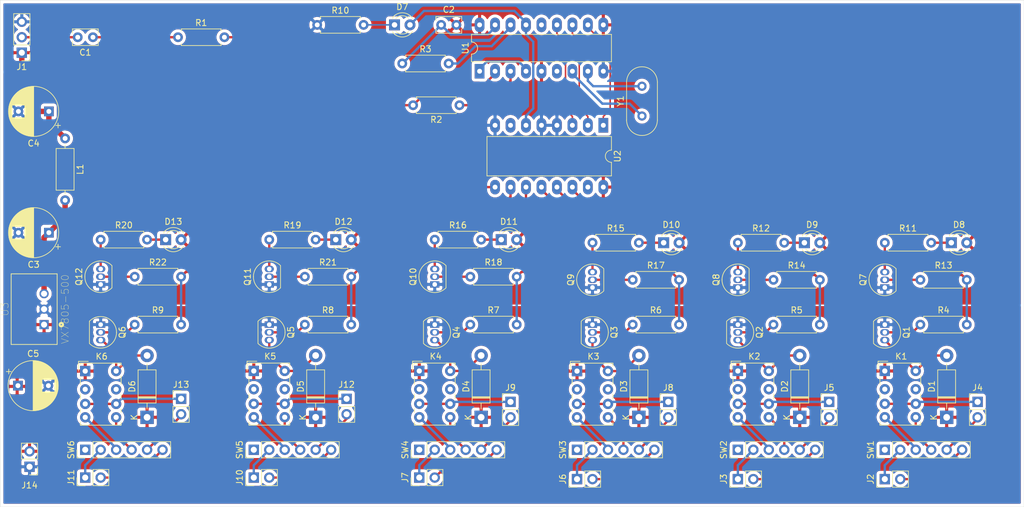
<source format=kicad_pcb>
(kicad_pcb (version 20171130) (host pcbnew "(5.1.4-0-10_14)")
  (layers (0 F.Cu signal) (31 B.Cu signal) (34 B.Paste user) (35 F.Paste user) (36 B.SilkS user) (37 F.SilkS user) (38 B.Mask user) (39 F.Mask user) (44 Edge.Cuts user))
  (net 0 "")
  (net 1 "Net-(C1-Pad2)")
  (net 2 "Net-(C1-Pad1)")
  (net 3 +5V)
  (net 4 "Net-(C2-Pad1)")
  (net 5 GND)
  (net 6 "Net-(C3-Pad1)")
  (net 7 +9V)
  (net 8 "Net-(D1-Pad2)")
  (net 9 "Net-(D2-Pad2)")
  (net 10 "Net-(D3-Pad2)")
  (net 11 "Net-(D4-Pad2)")
  (net 12 "Net-(D5-Pad2)")
  (net 13 "Net-(D6-Pad2)")
  (net 14 "Net-(D7-Pad2)")
  (net 15 "Net-(D7-Pad1)")
  (net 16 "Net-(D8-Pad1)")
  (net 17 "Net-(D9-Pad1)")
  (net 18 "Net-(D10-Pad1)")
  (net 19 "Net-(D11-Pad1)")
  (net 20 "Net-(D12-Pad1)")
  (net 21 "Net-(D13-Pad1)")
  (net 22 "Net-(J2-Pad2)")
  (net 23 "Net-(J2-Pad1)")
  (net 24 "Net-(J3-Pad2)")
  (net 25 "Net-(J3-Pad1)")
  (net 26 "Net-(J4-Pad2)")
  (net 27 "Net-(J4-Pad1)")
  (net 28 "Net-(J5-Pad2)")
  (net 29 "Net-(J5-Pad1)")
  (net 30 "Net-(J6-Pad2)")
  (net 31 "Net-(J6-Pad1)")
  (net 32 "Net-(J7-Pad2)")
  (net 33 "Net-(J7-Pad1)")
  (net 34 "Net-(J8-Pad2)")
  (net 35 "Net-(J8-Pad1)")
  (net 36 "Net-(J9-Pad2)")
  (net 37 "Net-(J9-Pad1)")
  (net 38 "Net-(J10-Pad2)")
  (net 39 "Net-(J10-Pad1)")
  (net 40 "Net-(J11-Pad2)")
  (net 41 "Net-(J11-Pad1)")
  (net 42 "Net-(J12-Pad2)")
  (net 43 "Net-(J12-Pad1)")
  (net 44 "Net-(J13-Pad2)")
  (net 45 "Net-(J13-Pad1)")
  (net 46 "Net-(K1-Pad4)")
  (net 47 "Net-(K1-Pad5)")
  (net 48 "Net-(K2-Pad4)")
  (net 49 "Net-(K2-Pad5)")
  (net 50 "Net-(K3-Pad4)")
  (net 51 "Net-(K3-Pad5)")
  (net 52 "Net-(K4-Pad4)")
  (net 53 "Net-(K4-Pad5)")
  (net 54 "Net-(K5-Pad4)")
  (net 55 "Net-(K5-Pad5)")
  (net 56 "Net-(K6-Pad4)")
  (net 57 "Net-(K6-Pad5)")
  (net 58 "Net-(Q1-Pad2)")
  (net 59 "Net-(Q2-Pad2)")
  (net 60 "Net-(Q3-Pad2)")
  (net 61 "Net-(Q4-Pad2)")
  (net 62 "Net-(Q5-Pad2)")
  (net 63 "Net-(Q6-Pad2)")
  (net 64 "Net-(Q7-Pad3)")
  (net 65 "Net-(Q7-Pad2)")
  (net 66 "Net-(Q8-Pad3)")
  (net 67 "Net-(Q8-Pad2)")
  (net 68 "Net-(Q9-Pad3)")
  (net 69 "Net-(Q9-Pad2)")
  (net 70 "Net-(Q10-Pad3)")
  (net 71 "Net-(Q10-Pad2)")
  (net 72 "Net-(Q11-Pad3)")
  (net 73 "Net-(Q11-Pad2)")
  (net 74 "Net-(Q12-Pad3)")
  (net 75 "Net-(Q12-Pad2)")
  (net 76 "Net-(R1-Pad2)")
  (net 77 "Net-(R2-Pad1)")
  (net 78 "Net-(R3-Pad2)")
  (net 79 BTN1)
  (net 80 BTN2)
  (net 81 BTN3)
  (net 82 BTN4)
  (net 83 BTN5)
  (net 84 BTN6)
  (net 85 "Net-(U1-Pad8)")
  (net 86 "Net-(U1-Pad7)")
  (net 87 A2)
  (net 88 "Net-(U1-Pad1)")
  (net 89 A1)
  (net 90 A0)
  (module Package_DIP:DIP-18_W7.62mm_LongPads (layer F.Cu) (at 139.446 64.008 90)
    (fp_text reference U1 (at 3.81 -2.33 90) (layer F.SilkS))
    (fp_text value MT8870DE)
    (pad 18 thru_hole oval (at 7.62 0 90) (size 2.4 1.6) (drill 0.8) (layers *.Cu *.Mask) (net 3 +5V))
    (pad 9 thru_hole oval (at 0 20.32 90) (size 2.4 1.6) (drill 0.8) (layers *.Cu *.Mask) (net 5 GND))
    (pad 17 thru_hole oval (at 7.62 2.54 90) (size 2.4 1.6) (drill 0.8) (layers *.Cu *.Mask) (net 4 "Net-(C2-Pad1)"))
    (pad 8 thru_hole oval (at 0 17.78 90) (size 2.4 1.6) (drill 0.8) (layers *.Cu *.Mask) (net 85 "Net-(U1-Pad8)"))
    (pad 16 thru_hole oval (at 7.62 5.08 90) (size 2.4 1.6) (drill 0.8) (layers *.Cu *.Mask) (net 78 "Net-(R3-Pad2)"))
    (pad 7 thru_hole oval (at 0 15.24 90) (size 2.4 1.6) (drill 0.8) (layers *.Cu *.Mask) (net 86 "Net-(U1-Pad7)"))
    (pad 15 thru_hole oval (at 7.62 7.62 90) (size 2.4 1.6) (drill 0.8) (layers *.Cu *.Mask) (net 14 "Net-(D7-Pad2)"))
    (pad 6 thru_hole oval (at 0 12.7 90) (size 2.4 1.6) (drill 0.8) (layers *.Cu *.Mask))
    (pad 14 thru_hole oval (at 7.62 10.16 90) (size 2.4 1.6) (drill 0.8) (layers *.Cu *.Mask))
    (pad 5 thru_hole oval (at 0 10.16 90) (size 2.4 1.6) (drill 0.8) (layers *.Cu *.Mask) (net 3 +5V))
    (pad 13 thru_hole oval (at 7.62 12.7 90) (size 2.4 1.6) (drill 0.8) (layers *.Cu *.Mask) (net 87 A2))
    (pad 4 thru_hole oval (at 0 7.62 90) (size 2.4 1.6) (drill 0.8) (layers *.Cu *.Mask) (net 88 "Net-(U1-Pad1)"))
    (pad 12 thru_hole oval (at 7.62 15.24 90) (size 2.4 1.6) (drill 0.8) (layers *.Cu *.Mask) (net 89 A1))
    (pad 3 thru_hole oval (at 0 5.08 90) (size 2.4 1.6) (drill 0.8) (layers *.Cu *.Mask) (net 77 "Net-(R2-Pad1)"))
    (pad 11 thru_hole oval (at 7.62 17.78 90) (size 2.4 1.6) (drill 0.8) (layers *.Cu *.Mask) (net 90 A0))
    (pad 2 thru_hole oval (at 0 2.54 90) (size 2.4 1.6) (drill 0.8) (layers *.Cu *.Mask) (net 76 "Net-(R1-Pad2)"))
    (pad 10 thru_hole oval (at 7.62 20.32 90) (size 2.4 1.6) (drill 0.8) (layers *.Cu *.Mask) (net 3 +5V))
    (pad 1 thru_hole rect (at 0 0 90) (size 2.4 1.6) (drill 0.8) (layers *.Cu *.Mask) (net 88 "Net-(U1-Pad1)"))
  )
  (module Crystal:Crystal_HC18-U_Vertical (layer F.Cu) (at 166.116 71.374 90)
    (fp_text reference Y1 (at 2.45 -3.525 90) (layer F.SilkS))
    (fp_text value "3.579545 .1%")
    (pad 2 thru_hole circle (at 4.9 0 90) (size 1.5 1.5) (drill 0.8) (layers *.Cu *.Mask) (net 85 "Net-(U1-Pad8)"))
    (pad 1 thru_hole circle (at 0 0 90) (size 1.5 1.5) (drill 0.8) (layers *.Cu *.Mask) (net 86 "Net-(U1-Pad7)"))
  )
  (module VX7805-500:VX78012-500_VX7805-500 (layer F.Cu) (at 66.294 103.124 90)
    (fp_text reference U3 (at 0 -4.826 90) (layer F.SilkS) (effects (font (size 1.18258 1.18258) (thickness 0.05))))
    (fp_text value VX7805-500 (at 0 5.08 90) (layer F.SilkS) (effects (font (size 1.1831 1.1831) (thickness 0.05))))
    (pad 3 thru_hole circle (at 2.54 1.625 90) (size 1.508 1.508) (drill 1) (layers *.Cu *.Mask) (net 6 "Net-(C3-Pad1)"))
    (pad 2 thru_hole circle (at 0 1.625 90) (size 1.508 1.508) (drill 1) (layers *.Cu *.Mask) (net 5 GND))
    (pad 1 thru_hole rect (at -2.54 1.625 90) (size 1.508 1.508) (drill 1) (layers *.Cu *.Mask) (net 7 +9V))
  )
  (module Package_DIP:DIP-16_W10.16mm_LongPads (layer F.Cu) (at 159.766 72.898 270)
    (fp_text reference U2 (at 5.08 -2.33 90) (layer F.SilkS))
    (fp_text value 74HC238)
    (pad 16 thru_hole oval (at 10.16 0 270) (size 2.4 1.6) (drill 0.8) (layers *.Cu *.Mask) (net 3 +5V))
    (pad 8 thru_hole oval (at 0 17.78 270) (size 2.4 1.6) (drill 0.8) (layers *.Cu *.Mask) (net 5 GND))
    (pad 15 thru_hole oval (at 10.16 2.54 270) (size 2.4 1.6) (drill 0.8) (layers *.Cu *.Mask))
    (pad 7 thru_hole oval (at 0 15.24 270) (size 2.4 1.6) (drill 0.8) (layers *.Cu *.Mask))
    (pad 14 thru_hole oval (at 10.16 5.08 270) (size 2.4 1.6) (drill 0.8) (layers *.Cu *.Mask) (net 79 BTN1))
    (pad 6 thru_hole oval (at 0 12.7 270) (size 2.4 1.6) (drill 0.8) (layers *.Cu *.Mask) (net 14 "Net-(D7-Pad2)"))
    (pad 13 thru_hole oval (at 10.16 7.62 270) (size 2.4 1.6) (drill 0.8) (layers *.Cu *.Mask) (net 80 BTN2))
    (pad 5 thru_hole oval (at 0 10.16 270) (size 2.4 1.6) (drill 0.8) (layers *.Cu *.Mask) (net 5 GND))
    (pad 12 thru_hole oval (at 10.16 10.16 270) (size 2.4 1.6) (drill 0.8) (layers *.Cu *.Mask) (net 81 BTN3))
    (pad 4 thru_hole oval (at 0 7.62 270) (size 2.4 1.6) (drill 0.8) (layers *.Cu *.Mask) (net 5 GND))
    (pad 11 thru_hole oval (at 10.16 12.7 270) (size 2.4 1.6) (drill 0.8) (layers *.Cu *.Mask) (net 82 BTN4))
    (pad 3 thru_hole oval (at 0 5.08 270) (size 2.4 1.6) (drill 0.8) (layers *.Cu *.Mask) (net 87 A2))
    (pad 10 thru_hole oval (at 10.16 15.24 270) (size 2.4 1.6) (drill 0.8) (layers *.Cu *.Mask) (net 83 BTN5))
    (pad 2 thru_hole oval (at 0 2.54 270) (size 2.4 1.6) (drill 0.8) (layers *.Cu *.Mask) (net 89 A1))
    (pad 9 thru_hole oval (at 10.16 17.78 270) (size 2.4 1.6) (drill 0.8) (layers *.Cu *.Mask) (net 84 BTN6))
    (pad 1 thru_hole rect (at 0 0 270) (size 2.4 1.6) (drill 0.8) (layers *.Cu *.Mask) (net 90 A0))
  )
  (module Connector_PinHeader_2.54mm:PinHeader_1x06_P2.54mm_Vertical (layer F.Cu) (at 74.676 126.238 90)
    (fp_text reference SW6 (at 0 -2.33 90) (layer F.SilkS))
    (fp_text value SW_DPDT_x2)
    (pad 6 thru_hole oval (at 0 12.7 90) (size 1.7 1.7) (drill 1) (layers *.Cu *.Mask) (net 40 "Net-(J11-Pad2)"))
    (pad 5 thru_hole oval (at 0 10.16 90) (size 1.7 1.7) (drill 1) (layers *.Cu *.Mask) (net 44 "Net-(J13-Pad2)"))
    (pad 4 thru_hole oval (at 0 7.62 90) (size 1.7 1.7) (drill 1) (layers *.Cu *.Mask) (net 57 "Net-(K6-Pad5)"))
    (pad 3 thru_hole oval (at 0 5.08 90) (size 1.7 1.7) (drill 1) (layers *.Cu *.Mask) (net 56 "Net-(K6-Pad4)"))
    (pad 2 thru_hole oval (at 0 2.54 90) (size 1.7 1.7) (drill 1) (layers *.Cu *.Mask) (net 41 "Net-(J11-Pad1)"))
    (pad 1 thru_hole rect (at 0 0 90) (size 1.7 1.7) (drill 1) (layers *.Cu *.Mask))
  )
  (module Connector_PinHeader_2.54mm:PinHeader_1x06_P2.54mm_Vertical (layer F.Cu) (at 102.362 126.238 90)
    (fp_text reference SW5 (at 0 -2.33 90) (layer F.SilkS))
    (fp_text value SW_DPDT_x2)
    (pad 6 thru_hole oval (at 0 12.7 90) (size 1.7 1.7) (drill 1) (layers *.Cu *.Mask) (net 38 "Net-(J10-Pad2)"))
    (pad 5 thru_hole oval (at 0 10.16 90) (size 1.7 1.7) (drill 1) (layers *.Cu *.Mask) (net 42 "Net-(J12-Pad2)"))
    (pad 4 thru_hole oval (at 0 7.62 90) (size 1.7 1.7) (drill 1) (layers *.Cu *.Mask) (net 55 "Net-(K5-Pad5)"))
    (pad 3 thru_hole oval (at 0 5.08 90) (size 1.7 1.7) (drill 1) (layers *.Cu *.Mask) (net 54 "Net-(K5-Pad4)"))
    (pad 2 thru_hole oval (at 0 2.54 90) (size 1.7 1.7) (drill 1) (layers *.Cu *.Mask) (net 39 "Net-(J10-Pad1)"))
    (pad 1 thru_hole rect (at 0 0 90) (size 1.7 1.7) (drill 1) (layers *.Cu *.Mask))
  )
  (module Connector_PinHeader_2.54mm:PinHeader_1x06_P2.54mm_Vertical (layer F.Cu) (at 129.54 126.238 90)
    (fp_text reference SW4 (at 0 -2.33 90) (layer F.SilkS))
    (fp_text value SW_DPDT_x2)
    (pad 6 thru_hole oval (at 0 12.7 90) (size 1.7 1.7) (drill 1) (layers *.Cu *.Mask) (net 32 "Net-(J7-Pad2)"))
    (pad 5 thru_hole oval (at 0 10.16 90) (size 1.7 1.7) (drill 1) (layers *.Cu *.Mask) (net 36 "Net-(J9-Pad2)"))
    (pad 4 thru_hole oval (at 0 7.62 90) (size 1.7 1.7) (drill 1) (layers *.Cu *.Mask) (net 53 "Net-(K4-Pad5)"))
    (pad 3 thru_hole oval (at 0 5.08 90) (size 1.7 1.7) (drill 1) (layers *.Cu *.Mask) (net 52 "Net-(K4-Pad4)"))
    (pad 2 thru_hole oval (at 0 2.54 90) (size 1.7 1.7) (drill 1) (layers *.Cu *.Mask) (net 33 "Net-(J7-Pad1)"))
    (pad 1 thru_hole rect (at 0 0 90) (size 1.7 1.7) (drill 1) (layers *.Cu *.Mask))
  )
  (module Connector_PinHeader_2.54mm:PinHeader_1x06_P2.54mm_Vertical (layer F.Cu) (at 155.448 126.238 90)
    (fp_text reference SW3 (at 0 -2.33 90) (layer F.SilkS))
    (fp_text value SW_DPDT_x2)
    (pad 6 thru_hole oval (at 0 12.7 90) (size 1.7 1.7) (drill 1) (layers *.Cu *.Mask) (net 30 "Net-(J6-Pad2)"))
    (pad 5 thru_hole oval (at 0 10.16 90) (size 1.7 1.7) (drill 1) (layers *.Cu *.Mask) (net 34 "Net-(J8-Pad2)"))
    (pad 4 thru_hole oval (at 0 7.62 90) (size 1.7 1.7) (drill 1) (layers *.Cu *.Mask) (net 51 "Net-(K3-Pad5)"))
    (pad 3 thru_hole oval (at 0 5.08 90) (size 1.7 1.7) (drill 1) (layers *.Cu *.Mask) (net 50 "Net-(K3-Pad4)"))
    (pad 2 thru_hole oval (at 0 2.54 90) (size 1.7 1.7) (drill 1) (layers *.Cu *.Mask) (net 31 "Net-(J6-Pad1)"))
    (pad 1 thru_hole rect (at 0 0 90) (size 1.7 1.7) (drill 1) (layers *.Cu *.Mask))
  )
  (module Connector_PinHeader_2.54mm:PinHeader_1x06_P2.54mm_Vertical (layer F.Cu) (at 181.864 126.238 90)
    (fp_text reference SW2 (at 0 -2.33 90) (layer F.SilkS))
    (fp_text value SW_DPDT_x2)
    (pad 6 thru_hole oval (at 0 12.7 90) (size 1.7 1.7) (drill 1) (layers *.Cu *.Mask) (net 24 "Net-(J3-Pad2)"))
    (pad 5 thru_hole oval (at 0 10.16 90) (size 1.7 1.7) (drill 1) (layers *.Cu *.Mask) (net 28 "Net-(J5-Pad2)"))
    (pad 4 thru_hole oval (at 0 7.62 90) (size 1.7 1.7) (drill 1) (layers *.Cu *.Mask) (net 49 "Net-(K2-Pad5)"))
    (pad 3 thru_hole oval (at 0 5.08 90) (size 1.7 1.7) (drill 1) (layers *.Cu *.Mask) (net 48 "Net-(K2-Pad4)"))
    (pad 2 thru_hole oval (at 0 2.54 90) (size 1.7 1.7) (drill 1) (layers *.Cu *.Mask) (net 25 "Net-(J3-Pad1)"))
    (pad 1 thru_hole rect (at 0 0 90) (size 1.7 1.7) (drill 1) (layers *.Cu *.Mask))
  )
  (module Connector_PinHeader_2.54mm:PinHeader_1x06_P2.54mm_Vertical (layer F.Cu) (at 205.994 126.238 90)
    (fp_text reference SW1 (at 0 -2.33 90) (layer F.SilkS))
    (fp_text value SW_DPDT_x2)
    (pad 6 thru_hole oval (at 0 12.7 90) (size 1.7 1.7) (drill 1) (layers *.Cu *.Mask) (net 22 "Net-(J2-Pad2)"))
    (pad 5 thru_hole oval (at 0 10.16 90) (size 1.7 1.7) (drill 1) (layers *.Cu *.Mask) (net 26 "Net-(J4-Pad2)"))
    (pad 4 thru_hole oval (at 0 7.62 90) (size 1.7 1.7) (drill 1) (layers *.Cu *.Mask) (net 47 "Net-(K1-Pad5)"))
    (pad 3 thru_hole oval (at 0 5.08 90) (size 1.7 1.7) (drill 1) (layers *.Cu *.Mask) (net 46 "Net-(K1-Pad4)"))
    (pad 2 thru_hole oval (at 0 2.54 90) (size 1.7 1.7) (drill 1) (layers *.Cu *.Mask) (net 23 "Net-(J2-Pad1)"))
    (pad 1 thru_hole rect (at 0 0 90) (size 1.7 1.7) (drill 1) (layers *.Cu *.Mask))
  )
  (module Resistor_THT:R_Axial_DIN0207_L6.3mm_D2.5mm_P7.62mm_Horizontal (layer F.Cu) (at 82.804 97.79)
    (fp_text reference R22 (at 3.81 -2.37) (layer F.SilkS))
    (fp_text value 7.2k)
    (pad 2 thru_hole oval (at 7.62 0) (size 1.6 1.6) (drill 0.8) (layers *.Cu *.Mask) (net 84 BTN6))
    (pad 1 thru_hole circle (at 0 0) (size 1.6 1.6) (drill 0.8) (layers *.Cu *.Mask) (net 75 "Net-(Q12-Pad2)"))
  )
  (module Resistor_THT:R_Axial_DIN0207_L6.3mm_D2.5mm_P7.62mm_Horizontal (layer F.Cu) (at 110.744 97.79)
    (fp_text reference R21 (at 3.81 -2.37) (layer F.SilkS))
    (fp_text value 7.2k)
    (pad 2 thru_hole oval (at 7.62 0) (size 1.6 1.6) (drill 0.8) (layers *.Cu *.Mask) (net 83 BTN5))
    (pad 1 thru_hole circle (at 0 0) (size 1.6 1.6) (drill 0.8) (layers *.Cu *.Mask) (net 73 "Net-(Q11-Pad2)"))
  )
  (module Resistor_THT:R_Axial_DIN0207_L6.3mm_D2.5mm_P7.62mm_Horizontal (layer F.Cu) (at 77.216 91.694)
    (fp_text reference R20 (at 3.81 -2.37) (layer F.SilkS))
    (fp_text value 360)
    (pad 2 thru_hole oval (at 7.62 0) (size 1.6 1.6) (drill 0.8) (layers *.Cu *.Mask) (net 21 "Net-(D13-Pad1)"))
    (pad 1 thru_hole circle (at 0 0) (size 1.6 1.6) (drill 0.8) (layers *.Cu *.Mask) (net 74 "Net-(Q12-Pad3)"))
  )
  (module Resistor_THT:R_Axial_DIN0207_L6.3mm_D2.5mm_P7.62mm_Horizontal (layer F.Cu) (at 104.902 91.694)
    (fp_text reference R19 (at 3.81 -2.37) (layer F.SilkS))
    (fp_text value 360)
    (pad 2 thru_hole oval (at 7.62 0) (size 1.6 1.6) (drill 0.8) (layers *.Cu *.Mask) (net 20 "Net-(D12-Pad1)"))
    (pad 1 thru_hole circle (at 0 0) (size 1.6 1.6) (drill 0.8) (layers *.Cu *.Mask) (net 72 "Net-(Q11-Pad3)"))
  )
  (module Resistor_THT:R_Axial_DIN0207_L6.3mm_D2.5mm_P7.62mm_Horizontal (layer F.Cu) (at 137.922 97.79)
    (fp_text reference R18 (at 3.81 -2.37) (layer F.SilkS))
    (fp_text value 7.2k)
    (pad 2 thru_hole oval (at 7.62 0) (size 1.6 1.6) (drill 0.8) (layers *.Cu *.Mask) (net 82 BTN4))
    (pad 1 thru_hole circle (at 0 0) (size 1.6 1.6) (drill 0.8) (layers *.Cu *.Mask) (net 71 "Net-(Q10-Pad2)"))
  )
  (module Resistor_THT:R_Axial_DIN0207_L6.3mm_D2.5mm_P7.62mm_Horizontal (layer F.Cu) (at 164.592 98.298)
    (fp_text reference R17 (at 3.81 -2.37) (layer F.SilkS))
    (fp_text value 7.2k)
    (pad 2 thru_hole oval (at 7.62 0) (size 1.6 1.6) (drill 0.8) (layers *.Cu *.Mask) (net 81 BTN3))
    (pad 1 thru_hole circle (at 0 0) (size 1.6 1.6) (drill 0.8) (layers *.Cu *.Mask) (net 69 "Net-(Q9-Pad2)"))
  )
  (module Resistor_THT:R_Axial_DIN0207_L6.3mm_D2.5mm_P7.62mm_Horizontal (layer F.Cu) (at 132.08 91.694)
    (fp_text reference R16 (at 3.81 -2.37) (layer F.SilkS))
    (fp_text value 360)
    (pad 2 thru_hole oval (at 7.62 0) (size 1.6 1.6) (drill 0.8) (layers *.Cu *.Mask) (net 19 "Net-(D11-Pad1)"))
    (pad 1 thru_hole circle (at 0 0) (size 1.6 1.6) (drill 0.8) (layers *.Cu *.Mask) (net 70 "Net-(Q10-Pad3)"))
  )
  (module Resistor_THT:R_Axial_DIN0207_L6.3mm_D2.5mm_P7.62mm_Horizontal (layer F.Cu) (at 157.988 92.202)
    (fp_text reference R15 (at 3.81 -2.37) (layer F.SilkS))
    (fp_text value 360)
    (pad 2 thru_hole oval (at 7.62 0) (size 1.6 1.6) (drill 0.8) (layers *.Cu *.Mask) (net 18 "Net-(D10-Pad1)"))
    (pad 1 thru_hole circle (at 0 0) (size 1.6 1.6) (drill 0.8) (layers *.Cu *.Mask) (net 68 "Net-(Q9-Pad3)"))
  )
  (module Resistor_THT:R_Axial_DIN0207_L6.3mm_D2.5mm_P7.62mm_Horizontal (layer F.Cu) (at 187.706 98.298)
    (fp_text reference R14 (at 3.81 -2.37) (layer F.SilkS))
    (fp_text value 7.2k)
    (pad 2 thru_hole oval (at 7.62 0) (size 1.6 1.6) (drill 0.8) (layers *.Cu *.Mask) (net 80 BTN2))
    (pad 1 thru_hole circle (at 0 0) (size 1.6 1.6) (drill 0.8) (layers *.Cu *.Mask) (net 67 "Net-(Q8-Pad2)"))
  )
  (module Resistor_THT:R_Axial_DIN0207_L6.3mm_D2.5mm_P7.62mm_Horizontal (layer F.Cu) (at 211.836 98.298)
    (fp_text reference R13 (at 3.81 -2.37) (layer F.SilkS))
    (fp_text value 7.2k)
    (pad 2 thru_hole oval (at 7.62 0) (size 1.6 1.6) (drill 0.8) (layers *.Cu *.Mask) (net 79 BTN1))
    (pad 1 thru_hole circle (at 0 0) (size 1.6 1.6) (drill 0.8) (layers *.Cu *.Mask) (net 65 "Net-(Q7-Pad2)"))
  )
  (module Resistor_THT:R_Axial_DIN0207_L6.3mm_D2.5mm_P7.62mm_Horizontal (layer F.Cu) (at 181.864 92.202)
    (fp_text reference R12 (at 3.81 -2.37) (layer F.SilkS))
    (fp_text value 360)
    (pad 2 thru_hole oval (at 7.62 0) (size 1.6 1.6) (drill 0.8) (layers *.Cu *.Mask) (net 17 "Net-(D9-Pad1)"))
    (pad 1 thru_hole circle (at 0 0) (size 1.6 1.6) (drill 0.8) (layers *.Cu *.Mask) (net 66 "Net-(Q8-Pad3)"))
  )
  (module Resistor_THT:R_Axial_DIN0207_L6.3mm_D2.5mm_P7.62mm_Horizontal (layer F.Cu) (at 205.994 92.202)
    (fp_text reference R11 (at 3.81 -2.37) (layer F.SilkS))
    (fp_text value 360)
    (pad 2 thru_hole oval (at 7.62 0) (size 1.6 1.6) (drill 0.8) (layers *.Cu *.Mask) (net 16 "Net-(D8-Pad1)"))
    (pad 1 thru_hole circle (at 0 0) (size 1.6 1.6) (drill 0.8) (layers *.Cu *.Mask) (net 64 "Net-(Q7-Pad3)"))
  )
  (module Resistor_THT:R_Axial_DIN0207_L6.3mm_D2.5mm_P7.62mm_Horizontal (layer F.Cu) (at 112.776 56.388)
    (fp_text reference R10 (at 3.81 -2.37) (layer F.SilkS))
    (fp_text value 1k)
    (pad 2 thru_hole oval (at 7.62 0) (size 1.6 1.6) (drill 0.8) (layers *.Cu *.Mask) (net 15 "Net-(D7-Pad1)"))
    (pad 1 thru_hole circle (at 0 0) (size 1.6 1.6) (drill 0.8) (layers *.Cu *.Mask) (net 5 GND))
  )
  (module Resistor_THT:R_Axial_DIN0207_L6.3mm_D2.5mm_P7.62mm_Horizontal (layer F.Cu) (at 82.804 105.664)
    (fp_text reference R9 (at 3.81 -2.37) (layer F.SilkS))
    (fp_text value 1.2k)
    (pad 2 thru_hole oval (at 7.62 0) (size 1.6 1.6) (drill 0.8) (layers *.Cu *.Mask) (net 84 BTN6))
    (pad 1 thru_hole circle (at 0 0) (size 1.6 1.6) (drill 0.8) (layers *.Cu *.Mask) (net 63 "Net-(Q6-Pad2)"))
  )
  (module Resistor_THT:R_Axial_DIN0207_L6.3mm_D2.5mm_P7.62mm_Horizontal (layer F.Cu) (at 110.744 105.664)
    (fp_text reference R8 (at 3.81 -2.37) (layer F.SilkS))
    (fp_text value 1.2k)
    (pad 2 thru_hole oval (at 7.62 0) (size 1.6 1.6) (drill 0.8) (layers *.Cu *.Mask) (net 83 BTN5))
    (pad 1 thru_hole circle (at 0 0) (size 1.6 1.6) (drill 0.8) (layers *.Cu *.Mask) (net 62 "Net-(Q5-Pad2)"))
  )
  (module Resistor_THT:R_Axial_DIN0207_L6.3mm_D2.5mm_P7.62mm_Horizontal (layer F.Cu) (at 137.922 105.664)
    (fp_text reference R7 (at 3.81 -2.37) (layer F.SilkS))
    (fp_text value 1.2k)
    (pad 2 thru_hole oval (at 7.62 0) (size 1.6 1.6) (drill 0.8) (layers *.Cu *.Mask) (net 82 BTN4))
    (pad 1 thru_hole circle (at 0 0) (size 1.6 1.6) (drill 0.8) (layers *.Cu *.Mask) (net 61 "Net-(Q4-Pad2)"))
  )
  (module Resistor_THT:R_Axial_DIN0207_L6.3mm_D2.5mm_P7.62mm_Horizontal (layer F.Cu) (at 164.592 105.664)
    (fp_text reference R6 (at 3.81 -2.37) (layer F.SilkS))
    (fp_text value 1.2k)
    (pad 2 thru_hole oval (at 7.62 0) (size 1.6 1.6) (drill 0.8) (layers *.Cu *.Mask) (net 81 BTN3))
    (pad 1 thru_hole circle (at 0 0) (size 1.6 1.6) (drill 0.8) (layers *.Cu *.Mask) (net 60 "Net-(Q3-Pad2)"))
  )
  (module Resistor_THT:R_Axial_DIN0207_L6.3mm_D2.5mm_P7.62mm_Horizontal (layer F.Cu) (at 187.706 105.664)
    (fp_text reference R5 (at 3.81 -2.37) (layer F.SilkS))
    (fp_text value 1.2k)
    (pad 2 thru_hole oval (at 7.62 0) (size 1.6 1.6) (drill 0.8) (layers *.Cu *.Mask) (net 80 BTN2))
    (pad 1 thru_hole circle (at 0 0) (size 1.6 1.6) (drill 0.8) (layers *.Cu *.Mask) (net 59 "Net-(Q2-Pad2)"))
  )
  (module Resistor_THT:R_Axial_DIN0207_L6.3mm_D2.5mm_P7.62mm_Horizontal (layer F.Cu) (at 211.836 105.664)
    (fp_text reference R4 (at 3.81 -2.37) (layer F.SilkS))
    (fp_text value 1.2k)
    (pad 2 thru_hole oval (at 7.62 0) (size 1.6 1.6) (drill 0.8) (layers *.Cu *.Mask) (net 79 BTN1))
    (pad 1 thru_hole circle (at 0 0) (size 1.6 1.6) (drill 0.8) (layers *.Cu *.Mask) (net 58 "Net-(Q1-Pad2)"))
  )
  (module Resistor_THT:R_Axial_DIN0207_L6.3mm_D2.5mm_P7.62mm_Horizontal (layer F.Cu) (at 126.746 62.738)
    (fp_text reference R3 (at 3.81 -2.37) (layer F.SilkS))
    (fp_text value "300k 1%")
    (pad 2 thru_hole oval (at 7.62 0) (size 1.6 1.6) (drill 0.8) (layers *.Cu *.Mask) (net 78 "Net-(R3-Pad2)"))
    (pad 1 thru_hole circle (at 0 0) (size 1.6 1.6) (drill 0.8) (layers *.Cu *.Mask) (net 4 "Net-(C2-Pad1)"))
  )
  (module Resistor_THT:R_Axial_DIN0207_L6.3mm_D2.5mm_P7.62mm_Horizontal (layer F.Cu) (at 136.144 69.596 180)
    (fp_text reference R2 (at 3.81 -2.37) (layer F.SilkS))
    (fp_text value "100k 1%")
    (pad 2 thru_hole oval (at 7.62 0 180) (size 1.6 1.6) (drill 0.8) (layers *.Cu *.Mask) (net 76 "Net-(R1-Pad2)"))
    (pad 1 thru_hole circle (at 0 0 180) (size 1.6 1.6) (drill 0.8) (layers *.Cu *.Mask) (net 77 "Net-(R2-Pad1)"))
  )
  (module Resistor_THT:R_Axial_DIN0207_L6.3mm_D2.5mm_P7.62mm_Horizontal (layer F.Cu) (at 89.916 58.42)
    (fp_text reference R1 (at 3.81 -2.37) (layer F.SilkS))
    (fp_text value "100k 1%")
    (pad 2 thru_hole oval (at 7.62 0) (size 1.6 1.6) (drill 0.8) (layers *.Cu *.Mask) (net 76 "Net-(R1-Pad2)"))
    (pad 1 thru_hole circle (at 0 0) (size 1.6 1.6) (drill 0.8) (layers *.Cu *.Mask) (net 2 "Net-(C1-Pad1)"))
  )
  (module Package_TO_SOT_THT:TO-92_Inline (layer F.Cu) (at 77.216 99.06 90)
    (fp_text reference Q12 (at 1.27 -3.56 90) (layer F.SilkS))
    (fp_text value PN2222A)
    (pad 1 thru_hole rect (at 0 0 90) (size 1.05 1.5) (drill 0.75) (layers *.Cu *.Mask) (net 5 GND))
    (pad 3 thru_hole oval (at 2.54 0 90) (size 1.05 1.5) (drill 0.75) (layers *.Cu *.Mask) (net 74 "Net-(Q12-Pad3)"))
    (pad 2 thru_hole oval (at 1.27 0 90) (size 1.05 1.5) (drill 0.75) (layers *.Cu *.Mask) (net 75 "Net-(Q12-Pad2)"))
  )
  (module Package_TO_SOT_THT:TO-92_Inline (layer F.Cu) (at 104.902 99.06 90)
    (fp_text reference Q11 (at 1.27 -3.56 90) (layer F.SilkS))
    (fp_text value PN2222A)
    (pad 1 thru_hole rect (at 0 0 90) (size 1.05 1.5) (drill 0.75) (layers *.Cu *.Mask) (net 5 GND))
    (pad 3 thru_hole oval (at 2.54 0 90) (size 1.05 1.5) (drill 0.75) (layers *.Cu *.Mask) (net 72 "Net-(Q11-Pad3)"))
    (pad 2 thru_hole oval (at 1.27 0 90) (size 1.05 1.5) (drill 0.75) (layers *.Cu *.Mask) (net 73 "Net-(Q11-Pad2)"))
  )
  (module Package_TO_SOT_THT:TO-92_Inline (layer F.Cu) (at 132.08 99.06 90)
    (fp_text reference Q10 (at 1.27 -3.56 90) (layer F.SilkS))
    (fp_text value PN2222A)
    (pad 1 thru_hole rect (at 0 0 90) (size 1.05 1.5) (drill 0.75) (layers *.Cu *.Mask) (net 5 GND))
    (pad 3 thru_hole oval (at 2.54 0 90) (size 1.05 1.5) (drill 0.75) (layers *.Cu *.Mask) (net 70 "Net-(Q10-Pad3)"))
    (pad 2 thru_hole oval (at 1.27 0 90) (size 1.05 1.5) (drill 0.75) (layers *.Cu *.Mask) (net 71 "Net-(Q10-Pad2)"))
  )
  (module Package_TO_SOT_THT:TO-92_Inline (layer F.Cu) (at 157.988 99.568 90)
    (fp_text reference Q9 (at 1.27 -3.56 90) (layer F.SilkS))
    (fp_text value PN2222A)
    (pad 1 thru_hole rect (at 0 0 90) (size 1.05 1.5) (drill 0.75) (layers *.Cu *.Mask) (net 5 GND))
    (pad 3 thru_hole oval (at 2.54 0 90) (size 1.05 1.5) (drill 0.75) (layers *.Cu *.Mask) (net 68 "Net-(Q9-Pad3)"))
    (pad 2 thru_hole oval (at 1.27 0 90) (size 1.05 1.5) (drill 0.75) (layers *.Cu *.Mask) (net 69 "Net-(Q9-Pad2)"))
  )
  (module Package_TO_SOT_THT:TO-92_Inline (layer F.Cu) (at 181.864 99.568 90)
    (fp_text reference Q8 (at 1.27 -3.56 90) (layer F.SilkS))
    (fp_text value PN2222A)
    (pad 1 thru_hole rect (at 0 0 90) (size 1.05 1.5) (drill 0.75) (layers *.Cu *.Mask) (net 5 GND))
    (pad 3 thru_hole oval (at 2.54 0 90) (size 1.05 1.5) (drill 0.75) (layers *.Cu *.Mask) (net 66 "Net-(Q8-Pad3)"))
    (pad 2 thru_hole oval (at 1.27 0 90) (size 1.05 1.5) (drill 0.75) (layers *.Cu *.Mask) (net 67 "Net-(Q8-Pad2)"))
  )
  (module Package_TO_SOT_THT:TO-92_Inline (layer F.Cu) (at 205.994 99.568 90)
    (fp_text reference Q7 (at 1.27 -3.56 90) (layer F.SilkS))
    (fp_text value PN2222A)
    (pad 1 thru_hole rect (at 0 0 90) (size 1.05 1.5) (drill 0.75) (layers *.Cu *.Mask) (net 5 GND))
    (pad 3 thru_hole oval (at 2.54 0 90) (size 1.05 1.5) (drill 0.75) (layers *.Cu *.Mask) (net 64 "Net-(Q7-Pad3)"))
    (pad 2 thru_hole oval (at 1.27 0 90) (size 1.05 1.5) (drill 0.75) (layers *.Cu *.Mask) (net 65 "Net-(Q7-Pad2)"))
  )
  (module Package_TO_SOT_THT:TO-92_Inline (layer F.Cu) (at 77.216 105.664 270)
    (fp_text reference Q6 (at 1.27 -3.56 90) (layer F.SilkS))
    (fp_text value PN2222A)
    (pad 1 thru_hole rect (at 0 0 270) (size 1.05 1.5) (drill 0.75) (layers *.Cu *.Mask) (net 5 GND))
    (pad 3 thru_hole oval (at 2.54 0 270) (size 1.05 1.5) (drill 0.75) (layers *.Cu *.Mask) (net 13 "Net-(D6-Pad2)"))
    (pad 2 thru_hole oval (at 1.27 0 270) (size 1.05 1.5) (drill 0.75) (layers *.Cu *.Mask) (net 63 "Net-(Q6-Pad2)"))
  )
  (module Package_TO_SOT_THT:TO-92_Inline (layer F.Cu) (at 104.902 105.664 270)
    (fp_text reference Q5 (at 1.27 -3.56 90) (layer F.SilkS))
    (fp_text value PN2222A)
    (pad 1 thru_hole rect (at 0 0 270) (size 1.05 1.5) (drill 0.75) (layers *.Cu *.Mask) (net 5 GND))
    (pad 3 thru_hole oval (at 2.54 0 270) (size 1.05 1.5) (drill 0.75) (layers *.Cu *.Mask) (net 12 "Net-(D5-Pad2)"))
    (pad 2 thru_hole oval (at 1.27 0 270) (size 1.05 1.5) (drill 0.75) (layers *.Cu *.Mask) (net 62 "Net-(Q5-Pad2)"))
  )
  (module Package_TO_SOT_THT:TO-92_Inline (layer F.Cu) (at 132.08 105.664 270)
    (fp_text reference Q4 (at 1.27 -3.56 90) (layer F.SilkS))
    (fp_text value PN2222A)
    (pad 1 thru_hole rect (at 0 0 270) (size 1.05 1.5) (drill 0.75) (layers *.Cu *.Mask) (net 5 GND))
    (pad 3 thru_hole oval (at 2.54 0 270) (size 1.05 1.5) (drill 0.75) (layers *.Cu *.Mask) (net 11 "Net-(D4-Pad2)"))
    (pad 2 thru_hole oval (at 1.27 0 270) (size 1.05 1.5) (drill 0.75) (layers *.Cu *.Mask) (net 61 "Net-(Q4-Pad2)"))
  )
  (module Package_TO_SOT_THT:TO-92_Inline (layer F.Cu) (at 157.988 105.664 270)
    (fp_text reference Q3 (at 1.27 -3.56 90) (layer F.SilkS))
    (fp_text value PN2222A)
    (pad 1 thru_hole rect (at 0 0 270) (size 1.05 1.5) (drill 0.75) (layers *.Cu *.Mask) (net 5 GND))
    (pad 3 thru_hole oval (at 2.54 0 270) (size 1.05 1.5) (drill 0.75) (layers *.Cu *.Mask) (net 10 "Net-(D3-Pad2)"))
    (pad 2 thru_hole oval (at 1.27 0 270) (size 1.05 1.5) (drill 0.75) (layers *.Cu *.Mask) (net 60 "Net-(Q3-Pad2)"))
  )
  (module Package_TO_SOT_THT:TO-92_Inline (layer F.Cu) (at 181.864 105.664 270)
    (fp_text reference Q2 (at 1.27 -3.56 90) (layer F.SilkS))
    (fp_text value PN2222A)
    (pad 1 thru_hole rect (at 0 0 270) (size 1.05 1.5) (drill 0.75) (layers *.Cu *.Mask) (net 5 GND))
    (pad 3 thru_hole oval (at 2.54 0 270) (size 1.05 1.5) (drill 0.75) (layers *.Cu *.Mask) (net 9 "Net-(D2-Pad2)"))
    (pad 2 thru_hole oval (at 1.27 0 270) (size 1.05 1.5) (drill 0.75) (layers *.Cu *.Mask) (net 59 "Net-(Q2-Pad2)"))
  )
  (module Package_TO_SOT_THT:TO-92_Inline (layer F.Cu) (at 205.994 105.664 270)
    (fp_text reference Q1 (at 1.27 -3.56 90) (layer F.SilkS))
    (fp_text value PN2222A)
    (pad 1 thru_hole rect (at 0 0 270) (size 1.05 1.5) (drill 0.75) (layers *.Cu *.Mask) (net 5 GND))
    (pad 3 thru_hole oval (at 2.54 0 270) (size 1.05 1.5) (drill 0.75) (layers *.Cu *.Mask) (net 8 "Net-(D1-Pad2)"))
    (pad 2 thru_hole oval (at 1.27 0 270) (size 1.05 1.5) (drill 0.75) (layers *.Cu *.Mask) (net 58 "Net-(Q1-Pad2)"))
  )
  (module Inductor_THT:L_Axial_L6.6mm_D2.7mm_P10.16mm_Horizontal_Vishay_IM-2 (layer F.Cu) (at 71.374 75.057 270)
    (fp_text reference L1 (at 5.08 -2.47 90) (layer F.SilkS))
    (fp_text value 12uh)
    (pad 2 thru_hole oval (at 10.16 0 270) (size 1.6 1.6) (drill 0.8) (layers *.Cu *.Mask) (net 6 "Net-(C3-Pad1)"))
    (pad 1 thru_hole circle (at 0 0 270) (size 1.6 1.6) (drill 0.8) (layers *.Cu *.Mask) (net 3 +5V))
  )
  (module Relay_THT:Relay_DPDT_Omron_G6K-2P-Y (layer F.Cu) (at 74.676 113.304)
    (fp_text reference K6 (at 2.7 -2.4) (layer F.SilkS))
    (fp_text value G6K-2)
    (pad 1 thru_hole rect (at 0 0) (size 1.7 1.7) (drill 0.85) (layers *.Cu *.Mask) (net 7 +9V))
    (pad 2 thru_hole circle (at 0 3) (size 1.7 1.7) (drill 0.85) (layers *.Cu *.Mask))
    (pad 3 thru_hole circle (at 0 5.4) (size 1.7 1.7) (drill 0.85) (layers *.Cu *.Mask) (net 45 "Net-(J13-Pad1)"))
    (pad 4 thru_hole circle (at 0 7.6) (size 1.7 1.7) (drill 0.85) (layers *.Cu *.Mask) (net 56 "Net-(K6-Pad4)"))
    (pad 5 thru_hole circle (at 5.08 7.6) (size 1.7 1.7) (drill 0.85) (layers *.Cu *.Mask) (net 57 "Net-(K6-Pad5)"))
    (pad 6 thru_hole circle (at 5.08 5.4) (size 1.7 1.7) (drill 0.85) (layers *.Cu *.Mask) (net 45 "Net-(J13-Pad1)"))
    (pad 7 thru_hole circle (at 5.08 3) (size 1.7 1.7) (drill 0.85) (layers *.Cu *.Mask))
    (pad 8 thru_hole circle (at 5.08 0) (size 1.7 1.7) (drill 0.85) (layers *.Cu *.Mask) (net 13 "Net-(D6-Pad2)"))
  )
  (module Relay_THT:Relay_DPDT_Omron_G6K-2P-Y (layer F.Cu) (at 102.362 113.284)
    (fp_text reference K5 (at 2.7 -2.4) (layer F.SilkS))
    (fp_text value G6K-2)
    (pad 1 thru_hole rect (at 0 0) (size 1.7 1.7) (drill 0.85) (layers *.Cu *.Mask) (net 7 +9V))
    (pad 2 thru_hole circle (at 0 3) (size 1.7 1.7) (drill 0.85) (layers *.Cu *.Mask))
    (pad 3 thru_hole circle (at 0 5.4) (size 1.7 1.7) (drill 0.85) (layers *.Cu *.Mask) (net 43 "Net-(J12-Pad1)"))
    (pad 4 thru_hole circle (at 0 7.6) (size 1.7 1.7) (drill 0.85) (layers *.Cu *.Mask) (net 54 "Net-(K5-Pad4)"))
    (pad 5 thru_hole circle (at 5.08 7.6) (size 1.7 1.7) (drill 0.85) (layers *.Cu *.Mask) (net 55 "Net-(K5-Pad5)"))
    (pad 6 thru_hole circle (at 5.08 5.4) (size 1.7 1.7) (drill 0.85) (layers *.Cu *.Mask) (net 43 "Net-(J12-Pad1)"))
    (pad 7 thru_hole circle (at 5.08 3) (size 1.7 1.7) (drill 0.85) (layers *.Cu *.Mask))
    (pad 8 thru_hole circle (at 5.08 0) (size 1.7 1.7) (drill 0.85) (layers *.Cu *.Mask) (net 12 "Net-(D5-Pad2)"))
  )
  (module Relay_THT:Relay_DPDT_Omron_G6K-2P-Y (layer F.Cu) (at 129.54 113.284)
    (fp_text reference K4 (at 2.7 -2.4) (layer F.SilkS))
    (fp_text value G6K-2)
    (pad 1 thru_hole rect (at 0 0) (size 1.7 1.7) (drill 0.85) (layers *.Cu *.Mask) (net 7 +9V))
    (pad 2 thru_hole circle (at 0 3) (size 1.7 1.7) (drill 0.85) (layers *.Cu *.Mask))
    (pad 3 thru_hole circle (at 0 5.4) (size 1.7 1.7) (drill 0.85) (layers *.Cu *.Mask) (net 37 "Net-(J9-Pad1)"))
    (pad 4 thru_hole circle (at 0 7.6) (size 1.7 1.7) (drill 0.85) (layers *.Cu *.Mask) (net 52 "Net-(K4-Pad4)"))
    (pad 5 thru_hole circle (at 5.08 7.6) (size 1.7 1.7) (drill 0.85) (layers *.Cu *.Mask) (net 53 "Net-(K4-Pad5)"))
    (pad 6 thru_hole circle (at 5.08 5.4) (size 1.7 1.7) (drill 0.85) (layers *.Cu *.Mask) (net 37 "Net-(J9-Pad1)"))
    (pad 7 thru_hole circle (at 5.08 3) (size 1.7 1.7) (drill 0.85) (layers *.Cu *.Mask))
    (pad 8 thru_hole circle (at 5.08 0) (size 1.7 1.7) (drill 0.85) (layers *.Cu *.Mask) (net 11 "Net-(D4-Pad2)"))
  )
  (module Relay_THT:Relay_DPDT_Omron_G6K-2P-Y (layer F.Cu) (at 155.448 113.304)
    (fp_text reference K3 (at 2.7 -2.4) (layer F.SilkS))
    (fp_text value G6K-2)
    (pad 1 thru_hole rect (at 0 0) (size 1.7 1.7) (drill 0.85) (layers *.Cu *.Mask) (net 7 +9V))
    (pad 2 thru_hole circle (at 0 3) (size 1.7 1.7) (drill 0.85) (layers *.Cu *.Mask))
    (pad 3 thru_hole circle (at 0 5.4) (size 1.7 1.7) (drill 0.85) (layers *.Cu *.Mask) (net 35 "Net-(J8-Pad1)"))
    (pad 4 thru_hole circle (at 0 7.6) (size 1.7 1.7) (drill 0.85) (layers *.Cu *.Mask) (net 50 "Net-(K3-Pad4)"))
    (pad 5 thru_hole circle (at 5.08 7.6) (size 1.7 1.7) (drill 0.85) (layers *.Cu *.Mask) (net 51 "Net-(K3-Pad5)"))
    (pad 6 thru_hole circle (at 5.08 5.4) (size 1.7 1.7) (drill 0.85) (layers *.Cu *.Mask) (net 35 "Net-(J8-Pad1)"))
    (pad 7 thru_hole circle (at 5.08 3) (size 1.7 1.7) (drill 0.85) (layers *.Cu *.Mask))
    (pad 8 thru_hole circle (at 5.08 0) (size 1.7 1.7) (drill 0.85) (layers *.Cu *.Mask) (net 10 "Net-(D3-Pad2)"))
  )
  (module Relay_THT:Relay_DPDT_Omron_G6K-2P-Y (layer F.Cu) (at 181.864 113.284)
    (fp_text reference K2 (at 2.7 -2.4) (layer F.SilkS))
    (fp_text value G6K-2)
    (pad 1 thru_hole rect (at 0 0) (size 1.7 1.7) (drill 0.85) (layers *.Cu *.Mask) (net 7 +9V))
    (pad 2 thru_hole circle (at 0 3) (size 1.7 1.7) (drill 0.85) (layers *.Cu *.Mask))
    (pad 3 thru_hole circle (at 0 5.4) (size 1.7 1.7) (drill 0.85) (layers *.Cu *.Mask) (net 29 "Net-(J5-Pad1)"))
    (pad 4 thru_hole circle (at 0 7.6) (size 1.7 1.7) (drill 0.85) (layers *.Cu *.Mask) (net 48 "Net-(K2-Pad4)"))
    (pad 5 thru_hole circle (at 5.08 7.6) (size 1.7 1.7) (drill 0.85) (layers *.Cu *.Mask) (net 49 "Net-(K2-Pad5)"))
    (pad 6 thru_hole circle (at 5.08 5.4) (size 1.7 1.7) (drill 0.85) (layers *.Cu *.Mask) (net 29 "Net-(J5-Pad1)"))
    (pad 7 thru_hole circle (at 5.08 3) (size 1.7 1.7) (drill 0.85) (layers *.Cu *.Mask))
    (pad 8 thru_hole circle (at 5.08 0) (size 1.7 1.7) (drill 0.85) (layers *.Cu *.Mask) (net 9 "Net-(D2-Pad2)"))
  )
  (module Relay_THT:Relay_DPDT_Omron_G6K-2P-Y (layer F.Cu) (at 205.994 113.284)
    (fp_text reference K1 (at 2.7 -2.4) (layer F.SilkS))
    (fp_text value G6K-2)
    (pad 1 thru_hole rect (at 0 0) (size 1.7 1.7) (drill 0.85) (layers *.Cu *.Mask) (net 7 +9V))
    (pad 2 thru_hole circle (at 0 3) (size 1.7 1.7) (drill 0.85) (layers *.Cu *.Mask))
    (pad 3 thru_hole circle (at 0 5.4) (size 1.7 1.7) (drill 0.85) (layers *.Cu *.Mask) (net 27 "Net-(J4-Pad1)"))
    (pad 4 thru_hole circle (at 0 7.6) (size 1.7 1.7) (drill 0.85) (layers *.Cu *.Mask) (net 46 "Net-(K1-Pad4)"))
    (pad 5 thru_hole circle (at 5.08 7.6) (size 1.7 1.7) (drill 0.85) (layers *.Cu *.Mask) (net 47 "Net-(K1-Pad5)"))
    (pad 6 thru_hole circle (at 5.08 5.4) (size 1.7 1.7) (drill 0.85) (layers *.Cu *.Mask) (net 27 "Net-(J4-Pad1)"))
    (pad 7 thru_hole circle (at 5.08 3) (size 1.7 1.7) (drill 0.85) (layers *.Cu *.Mask))
    (pad 8 thru_hole circle (at 5.08 0) (size 1.7 1.7) (drill 0.85) (layers *.Cu *.Mask) (net 8 "Net-(D1-Pad2)"))
  )
  (module Connector_PinHeader_2.54mm:PinHeader_1x02_P2.54mm_Vertical (layer F.Cu) (at 65.532 129.032 180)
    (fp_text reference J14 (at 0 -3.048) (layer F.SilkS))
    (fp_text value "9v DC in")
    (pad 2 thru_hole oval (at 0 2.54 180) (size 1.7 1.7) (drill 1) (layers *.Cu *.Mask) (net 7 +9V))
    (pad 1 thru_hole rect (at 0 0 180) (size 1.7 1.7) (drill 1) (layers *.Cu *.Mask) (net 5 GND))
  )
  (module Connector_PinHeader_2.54mm:PinHeader_1x02_P2.54mm_Vertical (layer F.Cu) (at 90.424 117.856)
    (fp_text reference J13 (at 0 -2.33) (layer F.SilkS))
    (fp_text value "1/4\" Jack")
    (pad 2 thru_hole oval (at 0 2.54) (size 1.7 1.7) (drill 1) (layers *.Cu *.Mask) (net 44 "Net-(J13-Pad2)"))
    (pad 1 thru_hole rect (at 0 0) (size 1.7 1.7) (drill 1) (layers *.Cu *.Mask) (net 45 "Net-(J13-Pad1)"))
  )
  (module Connector_PinHeader_2.54mm:PinHeader_1x02_P2.54mm_Vertical (layer F.Cu) (at 117.602 117.856)
    (fp_text reference J12 (at 0 -2.33) (layer F.SilkS))
    (fp_text value "1/4\" Jack")
    (pad 2 thru_hole oval (at 0 2.54) (size 1.7 1.7) (drill 1) (layers *.Cu *.Mask) (net 42 "Net-(J12-Pad2)"))
    (pad 1 thru_hole rect (at 0 0) (size 1.7 1.7) (drill 1) (layers *.Cu *.Mask) (net 43 "Net-(J12-Pad1)"))
  )
  (module Connector_PinHeader_2.54mm:PinHeader_1x02_P2.54mm_Vertical (layer F.Cu) (at 74.676 130.81 90)
    (fp_text reference J11 (at 0 -2.33 90) (layer F.SilkS))
    (fp_text value "1/4\" Jack")
    (pad 2 thru_hole oval (at 0 2.54 90) (size 1.7 1.7) (drill 1) (layers *.Cu *.Mask) (net 40 "Net-(J11-Pad2)"))
    (pad 1 thru_hole rect (at 0 0 90) (size 1.7 1.7) (drill 1) (layers *.Cu *.Mask) (net 41 "Net-(J11-Pad1)"))
  )
  (module Connector_PinHeader_2.54mm:PinHeader_1x02_P2.54mm_Vertical (layer F.Cu) (at 102.362 130.81 90)
    (fp_text reference J10 (at 0 -2.33 90) (layer F.SilkS))
    (fp_text value "1/4\" Jack")
    (pad 2 thru_hole oval (at 0 2.54 90) (size 1.7 1.7) (drill 1) (layers *.Cu *.Mask) (net 38 "Net-(J10-Pad2)"))
    (pad 1 thru_hole rect (at 0 0 90) (size 1.7 1.7) (drill 1) (layers *.Cu *.Mask) (net 39 "Net-(J10-Pad1)"))
  )
  (module Connector_PinHeader_2.54mm:PinHeader_1x02_P2.54mm_Vertical (layer F.Cu) (at 144.526 118.364)
    (fp_text reference J9 (at 0 -2.33) (layer F.SilkS))
    (fp_text value "1/4\" Jack")
    (pad 2 thru_hole oval (at 0 2.54) (size 1.7 1.7) (drill 1) (layers *.Cu *.Mask) (net 36 "Net-(J9-Pad2)"))
    (pad 1 thru_hole rect (at 0 0) (size 1.7 1.7) (drill 1) (layers *.Cu *.Mask) (net 37 "Net-(J9-Pad1)"))
  )
  (module Connector_PinHeader_2.54mm:PinHeader_1x02_P2.54mm_Vertical (layer F.Cu) (at 170.434 118.364)
    (fp_text reference J8 (at 0 -2.33) (layer F.SilkS))
    (fp_text value "1/4\" Jack")
    (pad 2 thru_hole oval (at 0 2.54) (size 1.7 1.7) (drill 1) (layers *.Cu *.Mask) (net 34 "Net-(J8-Pad2)"))
    (pad 1 thru_hole rect (at 0 0) (size 1.7 1.7) (drill 1) (layers *.Cu *.Mask) (net 35 "Net-(J8-Pad1)"))
  )
  (module Connector_PinHeader_2.54mm:PinHeader_1x02_P2.54mm_Vertical (layer F.Cu) (at 129.54 130.81 90)
    (fp_text reference J7 (at 0 -2.33 90) (layer F.SilkS))
    (fp_text value "1/4\" Jack")
    (pad 2 thru_hole oval (at 0 2.54 90) (size 1.7 1.7) (drill 1) (layers *.Cu *.Mask) (net 32 "Net-(J7-Pad2)"))
    (pad 1 thru_hole rect (at 0 0 90) (size 1.7 1.7) (drill 1) (layers *.Cu *.Mask) (net 33 "Net-(J7-Pad1)"))
  )
  (module Connector_PinHeader_2.54mm:PinHeader_1x02_P2.54mm_Vertical (layer F.Cu) (at 155.448 131.064 90)
    (fp_text reference J6 (at 0 -2.33 90) (layer F.SilkS))
    (fp_text value "1/4\" Jack")
    (pad 2 thru_hole oval (at 0 2.54 90) (size 1.7 1.7) (drill 1) (layers *.Cu *.Mask) (net 30 "Net-(J6-Pad2)"))
    (pad 1 thru_hole rect (at 0 0 90) (size 1.7 1.7) (drill 1) (layers *.Cu *.Mask) (net 31 "Net-(J6-Pad1)"))
  )
  (module Connector_PinHeader_2.54mm:PinHeader_1x02_P2.54mm_Vertical (layer F.Cu) (at 196.85 118.364)
    (fp_text reference J5 (at 0 -2.33) (layer F.SilkS))
    (fp_text value "1/4\" Jack")
    (pad 2 thru_hole oval (at 0 2.54) (size 1.7 1.7) (drill 1) (layers *.Cu *.Mask) (net 28 "Net-(J5-Pad2)"))
    (pad 1 thru_hole rect (at 0 0) (size 1.7 1.7) (drill 1) (layers *.Cu *.Mask) (net 29 "Net-(J5-Pad1)"))
  )
  (module Connector_PinHeader_2.54mm:PinHeader_1x02_P2.54mm_Vertical (layer F.Cu) (at 221.234 118.364)
    (fp_text reference J4 (at 0 -2.33) (layer F.SilkS))
    (fp_text value "1/4\" Jack")
    (pad 2 thru_hole oval (at 0 2.54) (size 1.7 1.7) (drill 1) (layers *.Cu *.Mask) (net 26 "Net-(J4-Pad2)"))
    (pad 1 thru_hole rect (at 0 0) (size 1.7 1.7) (drill 1) (layers *.Cu *.Mask) (net 27 "Net-(J4-Pad1)"))
  )
  (module Connector_PinHeader_2.54mm:PinHeader_1x02_P2.54mm_Vertical (layer F.Cu) (at 181.864 131.064 90)
    (fp_text reference J3 (at 0 -2.33 90) (layer F.SilkS))
    (fp_text value "1/4\" Jack")
    (pad 2 thru_hole oval (at 0 2.54 90) (size 1.7 1.7) (drill 1) (layers *.Cu *.Mask) (net 24 "Net-(J3-Pad2)"))
    (pad 1 thru_hole rect (at 0 0 90) (size 1.7 1.7) (drill 1) (layers *.Cu *.Mask) (net 25 "Net-(J3-Pad1)"))
  )
  (module Connector_PinHeader_2.54mm:PinHeader_1x02_P2.54mm_Vertical (layer F.Cu) (at 205.994 131.064 90)
    (fp_text reference J2 (at 0 -2.33 90) (layer F.SilkS))
    (fp_text value "1/4\" Jack")
    (pad 2 thru_hole oval (at 0 2.54 90) (size 1.7 1.7) (drill 1) (layers *.Cu *.Mask) (net 22 "Net-(J2-Pad2)"))
    (pad 1 thru_hole rect (at 0 0 90) (size 1.7 1.7) (drill 1) (layers *.Cu *.Mask) (net 23 "Net-(J2-Pad1)"))
  )
  (module Connector_PinHeader_2.54mm:PinHeader_1x03_P2.54mm_Vertical (layer F.Cu) (at 64.262 60.96 180)
    (fp_text reference J1 (at 0 -2.33) (layer F.SilkS))
    (fp_text value XLR3)
    (pad 3 thru_hole oval (at 0 5.08 180) (size 1.7 1.7) (drill 1) (layers *.Cu *.Mask) (net 5 GND))
    (pad 2 thru_hole oval (at 0 2.54 180) (size 1.7 1.7) (drill 1) (layers *.Cu *.Mask) (net 1 "Net-(C1-Pad2)"))
    (pad 1 thru_hole rect (at 0 0 180) (size 1.7 1.7) (drill 1) (layers *.Cu *.Mask) (net 3 +5V))
  )
  (module LED_THT:LED_D3.0mm (layer F.Cu) (at 87.884 91.694)
    (fp_text reference D13 (at 1.27 -2.96) (layer F.SilkS))
    (fp_text value LED)
    (pad 2 thru_hole circle (at 2.54 0) (size 1.8 1.8) (drill 0.9) (layers *.Cu *.Mask) (net 3 +5V))
    (pad 1 thru_hole rect (at 0 0) (size 1.8 1.8) (drill 0.9) (layers *.Cu *.Mask) (net 21 "Net-(D13-Pad1)"))
  )
  (module LED_THT:LED_D3.0mm (layer F.Cu) (at 115.824 91.694)
    (fp_text reference D12 (at 1.27 -2.96) (layer F.SilkS))
    (fp_text value LED)
    (pad 2 thru_hole circle (at 2.54 0) (size 1.8 1.8) (drill 0.9) (layers *.Cu *.Mask) (net 3 +5V))
    (pad 1 thru_hole rect (at 0 0) (size 1.8 1.8) (drill 0.9) (layers *.Cu *.Mask) (net 20 "Net-(D12-Pad1)"))
  )
  (module LED_THT:LED_D3.0mm (layer F.Cu) (at 143.002 91.694)
    (fp_text reference D11 (at 1.27 -2.96) (layer F.SilkS))
    (fp_text value LED)
    (pad 2 thru_hole circle (at 2.54 0) (size 1.8 1.8) (drill 0.9) (layers *.Cu *.Mask) (net 3 +5V))
    (pad 1 thru_hole rect (at 0 0) (size 1.8 1.8) (drill 0.9) (layers *.Cu *.Mask) (net 19 "Net-(D11-Pad1)"))
  )
  (module LED_THT:LED_D3.0mm (layer F.Cu) (at 169.672 92.202)
    (fp_text reference D10 (at 1.27 -2.96) (layer F.SilkS))
    (fp_text value LED)
    (pad 2 thru_hole circle (at 2.54 0) (size 1.8 1.8) (drill 0.9) (layers *.Cu *.Mask) (net 3 +5V))
    (pad 1 thru_hole rect (at 0 0) (size 1.8 1.8) (drill 0.9) (layers *.Cu *.Mask) (net 18 "Net-(D10-Pad1)"))
  )
  (module LED_THT:LED_D3.0mm (layer F.Cu) (at 192.786 92.202)
    (fp_text reference D9 (at 1.27 -2.96) (layer F.SilkS))
    (fp_text value LED)
    (pad 2 thru_hole circle (at 2.54 0) (size 1.8 1.8) (drill 0.9) (layers *.Cu *.Mask) (net 3 +5V))
    (pad 1 thru_hole rect (at 0 0) (size 1.8 1.8) (drill 0.9) (layers *.Cu *.Mask) (net 17 "Net-(D9-Pad1)"))
  )
  (module LED_THT:LED_D3.0mm (layer F.Cu) (at 216.916 92.202)
    (fp_text reference D8 (at 1.27 -2.96) (layer F.SilkS))
    (fp_text value LED)
    (pad 2 thru_hole circle (at 2.54 0) (size 1.8 1.8) (drill 0.9) (layers *.Cu *.Mask) (net 3 +5V))
    (pad 1 thru_hole rect (at 0 0) (size 1.8 1.8) (drill 0.9) (layers *.Cu *.Mask) (net 16 "Net-(D8-Pad1)"))
  )
  (module LED_THT:LED_D3.0mm (layer F.Cu) (at 125.476 56.388)
    (fp_text reference D7 (at 1.27 -2.96) (layer F.SilkS))
    (fp_text value LED)
    (pad 2 thru_hole circle (at 2.54 0) (size 1.8 1.8) (drill 0.9) (layers *.Cu *.Mask) (net 14 "Net-(D7-Pad2)"))
    (pad 1 thru_hole rect (at 0 0) (size 1.8 1.8) (drill 0.9) (layers *.Cu *.Mask) (net 15 "Net-(D7-Pad1)"))
  )
  (module Diode_THT:D_DO-41_SOD81_P10.16mm_Horizontal (layer F.Cu) (at 84.836 120.904 90)
    (fp_text reference D6 (at 5.08 -2.47 90) (layer F.SilkS))
    (fp_text value 1N4001)
    (fp_text user K (at 0 -2.1 90) (layer F.SilkS))
    (pad 2 thru_hole oval (at 10.16 0 90) (size 2.2 2.2) (drill 1.1) (layers *.Cu *.Mask) (net 13 "Net-(D6-Pad2)"))
    (pad 1 thru_hole rect (at 0 0 90) (size 2.2 2.2) (drill 1.1) (layers *.Cu *.Mask) (net 7 +9V))
  )
  (module Diode_THT:D_DO-41_SOD81_P10.16mm_Horizontal (layer F.Cu) (at 112.522 120.904 90)
    (fp_text reference D5 (at 5.08 -2.47 90) (layer F.SilkS))
    (fp_text value 1N4001)
    (fp_text user K (at 0 -2.1 90) (layer F.SilkS))
    (pad 2 thru_hole oval (at 10.16 0 90) (size 2.2 2.2) (drill 1.1) (layers *.Cu *.Mask) (net 12 "Net-(D5-Pad2)"))
    (pad 1 thru_hole rect (at 0 0 90) (size 2.2 2.2) (drill 1.1) (layers *.Cu *.Mask) (net 7 +9V))
  )
  (module Diode_THT:D_DO-41_SOD81_P10.16mm_Horizontal (layer F.Cu) (at 139.7 120.904 90)
    (fp_text reference D4 (at 5.08 -2.47 90) (layer F.SilkS))
    (fp_text value 1N4001)
    (fp_text user K (at 0 -2.1 90) (layer F.SilkS))
    (pad 2 thru_hole oval (at 10.16 0 90) (size 2.2 2.2) (drill 1.1) (layers *.Cu *.Mask) (net 11 "Net-(D4-Pad2)"))
    (pad 1 thru_hole rect (at 0 0 90) (size 2.2 2.2) (drill 1.1) (layers *.Cu *.Mask) (net 7 +9V))
  )
  (module Diode_THT:D_DO-41_SOD81_P10.16mm_Horizontal (layer F.Cu) (at 165.608 120.904 90)
    (fp_text reference D3 (at 5.08 -2.47 90) (layer F.SilkS))
    (fp_text value 1N4001)
    (fp_text user K (at 0 -2.1 90) (layer F.SilkS))
    (pad 2 thru_hole oval (at 10.16 0 90) (size 2.2 2.2) (drill 1.1) (layers *.Cu *.Mask) (net 10 "Net-(D3-Pad2)"))
    (pad 1 thru_hole rect (at 0 0 90) (size 2.2 2.2) (drill 1.1) (layers *.Cu *.Mask) (net 7 +9V))
  )
  (module Diode_THT:D_DO-41_SOD81_P10.16mm_Horizontal (layer F.Cu) (at 192.024 120.904 90)
    (fp_text reference D2 (at 5.08 -2.47 90) (layer F.SilkS))
    (fp_text value 1N4001)
    (fp_text user K (at 0 -2.1 90) (layer F.SilkS))
    (pad 2 thru_hole oval (at 10.16 0 90) (size 2.2 2.2) (drill 1.1) (layers *.Cu *.Mask) (net 9 "Net-(D2-Pad2)"))
    (pad 1 thru_hole rect (at 0 0 90) (size 2.2 2.2) (drill 1.1) (layers *.Cu *.Mask) (net 7 +9V))
  )
  (module Diode_THT:D_DO-41_SOD81_P10.16mm_Horizontal (layer F.Cu) (at 216.154 120.904 90)
    (fp_text reference D1 (at 5.08 -2.47 90) (layer F.SilkS))
    (fp_text value 1N4001)
    (fp_text user K (at 0 -2.1 90) (layer F.SilkS))
    (pad 2 thru_hole oval (at 10.16 0 90) (size 2.2 2.2) (drill 1.1) (layers *.Cu *.Mask) (net 8 "Net-(D1-Pad2)"))
    (pad 1 thru_hole rect (at 0 0 90) (size 2.2 2.2) (drill 1.1) (layers *.Cu *.Mask) (net 7 +9V))
  )
  (module Capacitor_THT:CP_Radial_D8.0mm_P5.00mm (layer F.Cu) (at 63.627 115.697)
    (fp_text reference C5 (at 2.5 -5.25) (layer F.SilkS))
    (fp_text value 10uf)
    (pad 2 thru_hole circle (at 5 0) (size 1.6 1.6) (drill 0.8) (layers *.Cu *.Mask) (net 5 GND))
    (pad 1 thru_hole rect (at 0 0) (size 1.6 1.6) (drill 0.8) (layers *.Cu *.Mask) (net 7 +9V))
  )
  (module Capacitor_THT:CP_Radial_D8.0mm_P5.00mm (layer F.Cu) (at 68.707 70.612 180)
    (fp_text reference C4 (at 2.5 -5.25) (layer F.SilkS))
    (fp_text value 22uf)
    (pad 2 thru_hole circle (at 5 0 180) (size 1.6 1.6) (drill 0.8) (layers *.Cu *.Mask) (net 5 GND))
    (pad 1 thru_hole rect (at 0 0 180) (size 1.6 1.6) (drill 0.8) (layers *.Cu *.Mask) (net 3 +5V))
  )
  (module Capacitor_THT:CP_Radial_D8.0mm_P5.00mm (layer F.Cu) (at 68.707 90.551 180)
    (fp_text reference C3 (at 2.5 -5.25) (layer F.SilkS))
    (fp_text value 22uf)
    (pad 2 thru_hole circle (at 5 0 180) (size 1.6 1.6) (drill 0.8) (layers *.Cu *.Mask) (net 5 GND))
    (pad 1 thru_hole rect (at 0 0 180) (size 1.6 1.6) (drill 0.8) (layers *.Cu *.Mask) (net 6 "Net-(C3-Pad1)"))
  )
  (module Capacitor_THT:C_Rect_L4.0mm_W2.5mm_P2.50mm (layer F.Cu) (at 133.136 56.388)
    (fp_text reference C2 (at 1.25 -2.5) (layer F.SilkS))
    (fp_text value "100nf 5%")
    (pad 2 thru_hole circle (at 2.5 0) (size 1.6 1.6) (drill 0.8) (layers *.Cu *.Mask) (net 3 +5V))
    (pad 1 thru_hole circle (at 0 0) (size 1.6 1.6) (drill 0.8) (layers *.Cu *.Mask) (net 4 "Net-(C2-Pad1)"))
  )
  (module Capacitor_THT:C_Rect_L4.0mm_W2.5mm_P2.50mm (layer F.Cu) (at 75.946 58.42 180)
    (fp_text reference C1 (at 1.25 -2.5) (layer F.SilkS))
    (fp_text value "100nf 5%")
    (pad 2 thru_hole circle (at 2.5 0 180) (size 1.6 1.6) (drill 0.8) (layers *.Cu *.Mask) (net 1 "Net-(C1-Pad2)"))
    (pad 1 thru_hole circle (at 0 0 180) (size 1.6 1.6) (drill 0.8) (layers *.Cu *.Mask) (net 2 "Net-(C1-Pad1)"))
  )
  (gr_line (start 60.706 135.636) (end 60.706 52.324) (layer Edge.Cuts) (width 0.05))
  (gr_line (start 228.854 135.636) (end 60.706 135.636) (layer Edge.Cuts) (width 0.05))
  (gr_line (start 228.854 52.324) (end 228.854 135.636) (layer Edge.Cuts) (width 0.05))
  (gr_line (start 60.706 52.324) (end 228.854 52.324) (layer Edge.Cuts) (width 0.05))
  (segment (start 65.464081 58.42) (end 73.446 58.42) (width 0.381) (layer F.Cu) (net 1))
  (segment (start 64.262 58.42) (end 65.464081 58.42) (width 0.381) (layer F.Cu) (net 1))
  (segment (start 75.946 58.42) (end 89.916 58.42) (width 0.381) (layer F.Cu) (net 2))
  (segment (start 67.018 70.612) (end 68.707 70.612) (width 0.889) (layer F.Cu) (net 3))
  (segment (start 64.262 67.856) (end 67.018 70.612) (width 0.889) (layer F.Cu) (net 3))
  (segment (start 64.262 60.96) (end 64.262 67.856) (width 0.889) (layer F.Cu) (net 3))
  (segment (start 68.707 72.39) (end 71.374 75.057) (width 0.889) (layer F.Cu) (net 3))
  (segment (start 68.707 70.612) (end 68.707 72.39) (width 0.889) (layer F.Cu) (net 3))
  (segment (start 126.786 62.738) (end 126.746 62.738) (width 0.381) (layer B.Cu) (net 4))
  (segment (start 133.136 56.388) (end 126.786 62.738) (width 0.381) (layer B.Cu) (net 4))
  (segment (start 133.935999 57.187999) (end 133.136 56.388) (width 0.381) (layer B.Cu) (net 4))
  (segment (start 140.79549 57.97851) (end 134.72651 57.97851) (width 0.381) (layer B.Cu) (net 4))
  (segment (start 134.72651 57.97851) (end 133.935999 57.187999) (width 0.381) (layer B.Cu) (net 4))
  (segment (start 141.986 56.788) (end 140.79549 57.97851) (width 0.381) (layer B.Cu) (net 4))
  (segment (start 141.986 56.388) (end 141.986 56.788) (width 0.381) (layer B.Cu) (net 4))
  (segment (start 149.606 72.898) (end 149.606 73.298) (width 0.25) (layer F.Cu) (net 5))
  (segment (start 141.986 73.298) (end 141.986 72.898) (width 0.25) (layer F.Cu) (net 5))
  (segment (start 71.374 87.884) (end 68.707 90.551) (width 0.889) (layer F.Cu) (net 6))
  (segment (start 71.374 85.217) (end 71.374 87.884) (width 0.889) (layer F.Cu) (net 6))
  (segment (start 67.919 91.339) (end 68.707 90.551) (width 0.889) (layer F.Cu) (net 6))
  (segment (start 67.919 100.584) (end 67.919 91.339) (width 0.889) (layer F.Cu) (net 6))
  (segment (start 205.994 108.204) (end 211.074 113.284) (width 0.381) (layer F.Cu) (net 8))
  (segment (start 213.614 110.744) (end 216.154 110.744) (width 0.381) (layer F.Cu) (net 8))
  (segment (start 211.074 113.284) (end 213.614 110.744) (width 0.381) (layer F.Cu) (net 8))
  (segment (start 181.864 108.204) (end 186.944 113.284) (width 0.381) (layer F.Cu) (net 9))
  (segment (start 189.484 110.744) (end 192.024 110.744) (width 0.381) (layer F.Cu) (net 9))
  (segment (start 186.944 113.284) (end 189.484 110.744) (width 0.381) (layer F.Cu) (net 9))
  (segment (start 157.988 110.764) (end 160.528 113.304) (width 0.381) (layer F.Cu) (net 10))
  (segment (start 157.988 108.204) (end 157.988 110.764) (width 0.381) (layer F.Cu) (net 10))
  (segment (start 163.048 113.304) (end 165.608 110.744) (width 0.381) (layer F.Cu) (net 10))
  (segment (start 160.528 113.304) (end 163.048 113.304) (width 0.381) (layer F.Cu) (net 10))
  (segment (start 137.16 113.284) (end 134.62 113.284) (width 0.381) (layer F.Cu) (net 11))
  (segment (start 139.7 110.744) (end 137.16 113.284) (width 0.381) (layer F.Cu) (net 11))
  (segment (start 132.305 108.204) (end 132.08 108.204) (width 0.381) (layer F.Cu) (net 11))
  (segment (start 134.62 110.519) (end 132.305 108.204) (width 0.381) (layer F.Cu) (net 11))
  (segment (start 134.62 113.284) (end 134.62 110.519) (width 0.381) (layer F.Cu) (net 11))
  (segment (start 109.982 113.284) (end 107.442 113.284) (width 0.381) (layer F.Cu) (net 12))
  (segment (start 112.522 110.744) (end 109.982 113.284) (width 0.381) (layer F.Cu) (net 12))
  (segment (start 104.902 110.744) (end 104.902 108.204) (width 0.381) (layer F.Cu) (net 12))
  (segment (start 107.442 113.284) (end 104.902 110.744) (width 0.381) (layer F.Cu) (net 12))
  (segment (start 82.316 110.744) (end 79.756 113.304) (width 0.381) (layer F.Cu) (net 13))
  (segment (start 84.836 110.744) (end 82.316 110.744) (width 0.381) (layer F.Cu) (net 13))
  (segment (start 77.441 108.204) (end 77.216 108.204) (width 0.381) (layer F.Cu) (net 13))
  (segment (start 79.756 110.519) (end 77.441 108.204) (width 0.381) (layer F.Cu) (net 13))
  (segment (start 79.756 113.304) (end 79.756 110.519) (width 0.381) (layer F.Cu) (net 13))
  (segment (start 147.066 56.388) (end 147.066 55.988) (width 0.25) (layer B.Cu) (net 14))
  (segment (start 147.066 71.317) (end 147.066 72.898) (width 0.381) (layer B.Cu) (net 14))
  (segment (start 148.25651 70.12649) (end 147.066 71.317) (width 0.381) (layer B.Cu) (net 14))
  (segment (start 148.25651 59.15951) (end 148.25651 70.12649) (width 0.381) (layer B.Cu) (net 14))
  (segment (start 147.066 57.969) (end 148.25651 59.15951) (width 0.381) (layer B.Cu) (net 14))
  (segment (start 147.066 56.388) (end 147.066 57.969) (width 0.381) (layer B.Cu) (net 14))
  (segment (start 147.066 55.988) (end 145.18 54.102) (width 0.381) (layer B.Cu) (net 14))
  (segment (start 130.302 54.102) (end 128.016 56.388) (width 0.381) (layer B.Cu) (net 14))
  (segment (start 145.18 54.102) (end 130.302 54.102) (width 0.381) (layer B.Cu) (net 14))
  (segment (start 125.476 56.388) (end 120.396 56.388) (width 0.25) (layer B.Cu) (net 15))
  (segment (start 216.916 92.202) (end 213.614 92.202) (width 0.381) (layer F.Cu) (net 16))
  (segment (start 192.786 92.202) (end 189.484 92.202) (width 0.381) (layer F.Cu) (net 17))
  (segment (start 166.73937 92.202) (end 169.672 92.202) (width 0.381) (layer F.Cu) (net 18))
  (segment (start 165.608 92.202) (end 166.73937 92.202) (width 0.381) (layer F.Cu) (net 18))
  (segment (start 143.002 91.694) (end 139.7 91.694) (width 0.381) (layer F.Cu) (net 19))
  (segment (start 115.824 91.694) (end 112.522 91.694) (width 0.381) (layer F.Cu) (net 20))
  (segment (start 87.884 91.694) (end 84.836 91.694) (width 0.381) (layer F.Cu) (net 21))
  (segment (start 213.868 131.064) (end 218.694 126.238) (width 0.381) (layer F.Cu) (net 22))
  (segment (start 208.534 131.064) (end 213.868 131.064) (width 0.381) (layer F.Cu) (net 22))
  (segment (start 205.994 128.778) (end 208.534 126.238) (width 0.381) (layer B.Cu) (net 23))
  (segment (start 205.994 131.064) (end 205.994 128.778) (width 0.381) (layer B.Cu) (net 23))
  (segment (start 189.738 131.064) (end 194.564 126.238) (width 0.381) (layer F.Cu) (net 24))
  (segment (start 184.404 131.064) (end 189.738 131.064) (width 0.381) (layer F.Cu) (net 24))
  (segment (start 181.864 128.778) (end 184.404 126.238) (width 0.381) (layer B.Cu) (net 25))
  (segment (start 181.864 131.064) (end 181.864 128.778) (width 0.381) (layer B.Cu) (net 25))
  (segment (start 221.234 121.158) (end 221.234 120.904) (width 0.381) (layer F.Cu) (net 26))
  (segment (start 216.154 126.238) (end 221.234 121.158) (width 0.381) (layer F.Cu) (net 26))
  (segment (start 211.074 118.684) (end 205.994 118.684) (width 0.381) (layer F.Cu) (net 27))
  (segment (start 211.394 118.364) (end 211.074 118.684) (width 0.381) (layer B.Cu) (net 27))
  (segment (start 221.234 118.364) (end 211.394 118.364) (width 0.381) (layer B.Cu) (net 27))
  (segment (start 196.85 121.412) (end 196.85 120.904) (width 0.381) (layer F.Cu) (net 28))
  (segment (start 192.024 126.238) (end 196.85 121.412) (width 0.381) (layer F.Cu) (net 28))
  (segment (start 186.944 118.684) (end 181.864 118.684) (width 0.381) (layer F.Cu) (net 29))
  (segment (start 187.264 118.364) (end 186.944 118.684) (width 0.381) (layer B.Cu) (net 29))
  (segment (start 196.85 118.364) (end 187.264 118.364) (width 0.381) (layer B.Cu) (net 29))
  (segment (start 163.322 131.064) (end 168.148 126.238) (width 0.381) (layer F.Cu) (net 30))
  (segment (start 157.988 131.064) (end 163.322 131.064) (width 0.381) (layer F.Cu) (net 30))
  (segment (start 155.448 128.778) (end 157.988 126.238) (width 0.381) (layer B.Cu) (net 31))
  (segment (start 155.448 131.064) (end 155.448 128.778) (width 0.381) (layer B.Cu) (net 31))
  (segment (start 138.517999 129.960001) (end 141.390001 127.087999) (width 0.381) (layer F.Cu) (net 32))
  (segment (start 141.390001 127.087999) (end 142.24 126.238) (width 0.381) (layer F.Cu) (net 32))
  (segment (start 132.929999 129.960001) (end 138.517999 129.960001) (width 0.381) (layer F.Cu) (net 32))
  (segment (start 132.08 130.81) (end 132.929999 129.960001) (width 0.381) (layer F.Cu) (net 32))
  (segment (start 129.54 128.778) (end 132.08 126.238) (width 0.381) (layer B.Cu) (net 33))
  (segment (start 129.54 130.81) (end 129.54 128.778) (width 0.381) (layer B.Cu) (net 33))
  (segment (start 170.434 121.412) (end 170.434 120.904) (width 0.381) (layer F.Cu) (net 34))
  (segment (start 165.608 126.238) (end 170.434 121.412) (width 0.381) (layer F.Cu) (net 34))
  (segment (start 160.528 118.704) (end 155.448 118.704) (width 0.381) (layer F.Cu) (net 35))
  (segment (start 160.868 118.364) (end 160.528 118.704) (width 0.381) (layer B.Cu) (net 35))
  (segment (start 170.434 118.364) (end 160.868 118.364) (width 0.381) (layer B.Cu) (net 35))
  (segment (start 144.526 121.412) (end 144.526 120.904) (width 0.381) (layer F.Cu) (net 36))
  (segment (start 139.7 126.238) (end 144.526 121.412) (width 0.381) (layer F.Cu) (net 36))
  (segment (start 134.94 118.364) (end 134.62 118.684) (width 0.381) (layer B.Cu) (net 37))
  (segment (start 144.526 118.364) (end 134.94 118.364) (width 0.381) (layer B.Cu) (net 37))
  (segment (start 133.417919 118.684) (end 129.54 118.684) (width 0.381) (layer F.Cu) (net 37))
  (segment (start 134.62 118.684) (end 133.417919 118.684) (width 0.381) (layer F.Cu) (net 37))
  (segment (start 110.49 130.81) (end 115.062 126.238) (width 0.381) (layer F.Cu) (net 38))
  (segment (start 104.902 130.81) (end 110.49 130.81) (width 0.381) (layer F.Cu) (net 38))
  (segment (start 102.362 128.778) (end 104.902 126.238) (width 0.381) (layer B.Cu) (net 39))
  (segment (start 102.362 130.81) (end 102.362 128.778) (width 0.381) (layer B.Cu) (net 39))
  (segment (start 82.804 130.81) (end 87.376 126.238) (width 0.381) (layer F.Cu) (net 40))
  (segment (start 77.216 130.81) (end 82.804 130.81) (width 0.381) (layer F.Cu) (net 40))
  (segment (start 74.676 128.778) (end 77.216 126.238) (width 0.381) (layer B.Cu) (net 41))
  (segment (start 74.676 130.81) (end 74.676 128.778) (width 0.381) (layer B.Cu) (net 41))
  (segment (start 117.602 121.158) (end 117.602 120.396) (width 0.381) (layer F.Cu) (net 42))
  (segment (start 112.522 126.238) (end 117.602 121.158) (width 0.381) (layer F.Cu) (net 42))
  (segment (start 108.27 117.856) (end 107.442 118.684) (width 0.381) (layer B.Cu) (net 43))
  (segment (start 117.602 117.856) (end 108.27 117.856) (width 0.381) (layer B.Cu) (net 43))
  (segment (start 106.239919 118.684) (end 102.362 118.684) (width 0.381) (layer F.Cu) (net 43))
  (segment (start 107.442 118.684) (end 106.239919 118.684) (width 0.381) (layer F.Cu) (net 43))
  (segment (start 90.424 120.65) (end 90.424 120.396) (width 0.381) (layer F.Cu) (net 44))
  (segment (start 84.836 126.238) (end 90.424 120.65) (width 0.381) (layer F.Cu) (net 44))
  (segment (start 80.604 117.856) (end 79.756 118.704) (width 0.381) (layer B.Cu) (net 45))
  (segment (start 90.424 117.856) (end 80.604 117.856) (width 0.381) (layer B.Cu) (net 45))
  (segment (start 78.553919 118.704) (end 74.676 118.704) (width 0.381) (layer F.Cu) (net 45))
  (segment (start 79.756 118.704) (end 78.553919 118.704) (width 0.381) (layer F.Cu) (net 45))
  (segment (start 211.074 125.964) (end 211.074 126.238) (width 0.381) (layer B.Cu) (net 46))
  (segment (start 205.994 120.884) (end 211.074 125.964) (width 0.381) (layer B.Cu) (net 46))
  (segment (start 211.074 123.698) (end 211.074 120.884) (width 0.381) (layer F.Cu) (net 47))
  (segment (start 213.614 126.238) (end 211.074 123.698) (width 0.381) (layer F.Cu) (net 47))
  (segment (start 186.944 125.964) (end 186.944 126.238) (width 0.381) (layer B.Cu) (net 48))
  (segment (start 181.864 120.884) (end 186.944 125.964) (width 0.381) (layer B.Cu) (net 48))
  (segment (start 189.484 123.424) (end 186.944 120.884) (width 0.381) (layer F.Cu) (net 49))
  (segment (start 189.484 126.238) (end 189.484 123.424) (width 0.381) (layer F.Cu) (net 49))
  (segment (start 160.528 125.984) (end 160.528 126.238) (width 0.381) (layer B.Cu) (net 50))
  (segment (start 155.448 120.904) (end 160.528 125.984) (width 0.381) (layer B.Cu) (net 50))
  (segment (start 163.068 123.444) (end 160.528 120.904) (width 0.381) (layer F.Cu) (net 51))
  (segment (start 163.068 126.238) (end 163.068 123.444) (width 0.381) (layer F.Cu) (net 51))
  (segment (start 134.62 125.964) (end 134.62 126.238) (width 0.381) (layer B.Cu) (net 52))
  (segment (start 129.54 120.884) (end 134.62 125.964) (width 0.381) (layer B.Cu) (net 52))
  (segment (start 134.62 123.698) (end 134.62 120.884) (width 0.381) (layer F.Cu) (net 53))
  (segment (start 137.16 126.238) (end 134.62 123.698) (width 0.381) (layer F.Cu) (net 53))
  (segment (start 107.442 125.964) (end 107.442 126.238) (width 0.381) (layer B.Cu) (net 54))
  (segment (start 102.362 120.884) (end 107.442 125.964) (width 0.381) (layer B.Cu) (net 54))
  (segment (start 107.442 123.698) (end 107.442 120.884) (width 0.381) (layer F.Cu) (net 55))
  (segment (start 109.982 126.238) (end 107.442 123.698) (width 0.381) (layer F.Cu) (net 55))
  (segment (start 79.756 125.984) (end 79.756 126.238) (width 0.381) (layer B.Cu) (net 56))
  (segment (start 74.676 120.904) (end 79.756 125.984) (width 0.381) (layer B.Cu) (net 56))
  (segment (start 79.756 123.698) (end 82.296 126.238) (width 0.381) (layer F.Cu) (net 57))
  (segment (start 79.756 120.904) (end 79.756 123.698) (width 0.381) (layer F.Cu) (net 57))
  (segment (start 210.566 106.934) (end 211.836 105.664) (width 0.381) (layer F.Cu) (net 58))
  (segment (start 205.994 106.934) (end 210.566 106.934) (width 0.381) (layer F.Cu) (net 58))
  (segment (start 186.436 106.934) (end 187.706 105.664) (width 0.381) (layer F.Cu) (net 59))
  (segment (start 181.864 106.934) (end 186.436 106.934) (width 0.381) (layer F.Cu) (net 59))
  (segment (start 163.322 106.934) (end 164.592 105.664) (width 0.381) (layer F.Cu) (net 60))
  (segment (start 157.988 106.934) (end 163.322 106.934) (width 0.381) (layer F.Cu) (net 60))
  (segment (start 136.652 106.934) (end 137.922 105.664) (width 0.381) (layer F.Cu) (net 61))
  (segment (start 132.08 106.934) (end 136.652 106.934) (width 0.381) (layer F.Cu) (net 61))
  (segment (start 109.474 106.934) (end 110.744 105.664) (width 0.381) (layer F.Cu) (net 62))
  (segment (start 104.902 106.934) (end 109.474 106.934) (width 0.381) (layer F.Cu) (net 62))
  (segment (start 81.534 106.934) (end 82.804 105.664) (width 0.381) (layer F.Cu) (net 63))
  (segment (start 77.216 106.934) (end 81.534 106.934) (width 0.381) (layer F.Cu) (net 63))
  (segment (start 205.994 96.122) (end 205.994 92.202) (width 0.381) (layer F.Cu) (net 64))
  (segment (start 205.994 97.028) (end 205.994 96.122) (width 0.381) (layer F.Cu) (net 64))
  (segment (start 211.836 98.298) (end 205.994 98.298) (width 0.381) (layer F.Cu) (net 65))
  (segment (start 181.864 97.028) (end 181.864 92.202) (width 0.381) (layer F.Cu) (net 66))
  (segment (start 186.57463 98.298) (end 181.864 98.298) (width 0.381) (layer F.Cu) (net 67))
  (segment (start 187.706 98.298) (end 186.57463 98.298) (width 0.381) (layer F.Cu) (net 67))
  (segment (start 157.988 97.028) (end 157.988 92.202) (width 0.381) (layer F.Cu) (net 68))
  (segment (start 164.592 98.298) (end 157.988 98.298) (width 0.381) (layer F.Cu) (net 69))
  (segment (start 132.08 96.52) (end 132.08 91.694) (width 0.381) (layer F.Cu) (net 70))
  (segment (start 137.922 97.79) (end 132.08 97.79) (width 0.381) (layer F.Cu) (net 71))
  (segment (start 104.902 95.614) (end 104.902 91.694) (width 0.381) (layer F.Cu) (net 72))
  (segment (start 104.902 96.52) (end 104.902 95.614) (width 0.381) (layer F.Cu) (net 72))
  (segment (start 110.744 97.79) (end 104.902 97.79) (width 0.381) (layer F.Cu) (net 73))
  (segment (start 77.216 96.52) (end 77.216 91.694) (width 0.381) (layer F.Cu) (net 74))
  (segment (start 81.67263 97.79) (end 77.216 97.79) (width 0.381) (layer F.Cu) (net 75))
  (segment (start 82.804 97.79) (end 81.67263 97.79) (width 0.381) (layer F.Cu) (net 75))
  (segment (start 141.986 64.408) (end 139.084 67.31) (width 0.381) (layer F.Cu) (net 76))
  (segment (start 141.986 64.008) (end 141.986 64.408) (width 0.381) (layer F.Cu) (net 76))
  (segment (start 130.81 67.31) (end 128.524 69.596) (width 0.381) (layer F.Cu) (net 76))
  (segment (start 139.084 67.31) (end 130.81 67.31) (width 0.381) (layer F.Cu) (net 76))
  (segment (start 97.536 58.42) (end 100.838 58.42) (width 0.381) (layer F.Cu) (net 76))
  (segment (start 112.014 69.596) (end 128.524 69.596) (width 0.381) (layer F.Cu) (net 76))
  (segment (start 100.838 58.42) (end 112.014 69.596) (width 0.381) (layer F.Cu) (net 76))
  (segment (start 137.27537 69.596) (end 136.144 69.596) (width 0.381) (layer F.Cu) (net 77))
  (segment (start 144.526 65.589) (end 140.519 69.596) (width 0.381) (layer F.Cu) (net 77))
  (segment (start 140.519 69.596) (end 137.27537 69.596) (width 0.381) (layer F.Cu) (net 77))
  (segment (start 144.526 64.008) (end 144.526 65.589) (width 0.381) (layer F.Cu) (net 77))
  (segment (start 134.366 62.738) (end 135.89 62.738) (width 0.381) (layer B.Cu) (net 78))
  (segment (start 138.738 59.89) (end 141.424 59.89) (width 0.381) (layer B.Cu) (net 78))
  (segment (start 135.89 62.738) (end 138.738 59.89) (width 0.381) (layer B.Cu) (net 78))
  (segment (start 144.526 56.788) (end 144.526 56.388) (width 0.381) (layer B.Cu) (net 78))
  (segment (start 141.424 59.89) (end 144.526 56.788) (width 0.381) (layer B.Cu) (net 78))
  (segment (start 218.656001 97.498001) (end 219.456 98.298) (width 0.381) (layer F.Cu) (net 79))
  (segment (start 215.608001 97.498001) (end 218.656001 97.498001) (width 0.381) (layer F.Cu) (net 79))
  (segment (start 158.587942 87.359942) (end 205.469942 87.359942) (width 0.381) (layer F.Cu) (net 79))
  (segment (start 154.686 83.458) (end 158.587942 87.359942) (width 0.381) (layer F.Cu) (net 79))
  (segment (start 205.469942 87.359942) (end 215.608001 97.498001) (width 0.381) (layer F.Cu) (net 79))
  (segment (start 154.686 83.058) (end 154.686 83.458) (width 0.381) (layer F.Cu) (net 79))
  (segment (start 219.456 99.42937) (end 219.456 105.664) (width 0.381) (layer B.Cu) (net 79))
  (segment (start 219.456 98.298) (end 219.456 99.42937) (width 0.381) (layer B.Cu) (net 79))
  (segment (start 152.146 83.458) (end 157.08 88.392) (width 0.381) (layer F.Cu) (net 80))
  (segment (start 152.146 83.058) (end 152.146 83.458) (width 0.381) (layer F.Cu) (net 80))
  (segment (start 194.526001 97.498001) (end 191.224001 97.498001) (width 0.381) (layer F.Cu) (net 80))
  (segment (start 195.326 98.298) (end 194.526001 97.498001) (width 0.381) (layer F.Cu) (net 80))
  (segment (start 191.224001 97.498001) (end 182.118 88.392) (width 0.381) (layer F.Cu) (net 80))
  (segment (start 157.08 88.392) (end 182.118 88.392) (width 0.381) (layer F.Cu) (net 80))
  (segment (start 195.326 99.42937) (end 195.326 105.664) (width 0.381) (layer B.Cu) (net 80))
  (segment (start 195.326 98.298) (end 195.326 99.42937) (width 0.381) (layer B.Cu) (net 80))
  (segment (start 149.606 83.458) (end 155.81 89.662) (width 0.381) (layer F.Cu) (net 81))
  (segment (start 149.606 83.058) (end 149.606 83.458) (width 0.381) (layer F.Cu) (net 81))
  (segment (start 155.81 89.662) (end 159.512 89.662) (width 0.381) (layer F.Cu) (net 81))
  (segment (start 159.512 89.662) (end 166.116 96.266) (width 0.381) (layer F.Cu) (net 81))
  (segment (start 170.18 96.266) (end 172.212 98.298) (width 0.381) (layer F.Cu) (net 81))
  (segment (start 166.116 96.266) (end 170.18 96.266) (width 0.381) (layer F.Cu) (net 81))
  (segment (start 172.212 98.298) (end 172.212 105.664) (width 0.381) (layer B.Cu) (net 81))
  (segment (start 145.542 98.92137) (end 145.542 105.664) (width 0.381) (layer B.Cu) (net 82))
  (segment (start 145.542 97.79) (end 145.542 98.92137) (width 0.381) (layer B.Cu) (net 82))
  (segment (start 146.341999 96.990001) (end 147.103999 96.990001) (width 0.381) (layer F.Cu) (net 82))
  (segment (start 145.542 97.79) (end 146.341999 96.990001) (width 0.381) (layer F.Cu) (net 82))
  (segment (start 147.103999 96.990001) (end 148.59 95.504) (width 0.381) (layer F.Cu) (net 82))
  (segment (start 148.59 95.504) (end 148.59 86.868) (width 0.381) (layer F.Cu) (net 82))
  (segment (start 147.066 85.344) (end 147.066 83.058) (width 0.381) (layer F.Cu) (net 82))
  (segment (start 148.59 86.868) (end 147.066 85.344) (width 0.381) (layer F.Cu) (net 82))
  (segment (start 118.364 97.79) (end 118.364 105.664) (width 0.381) (layer B.Cu) (net 83))
  (segment (start 144.526 84.639) (end 142.297 86.868) (width 0.381) (layer F.Cu) (net 83))
  (segment (start 144.526 83.058) (end 144.526 84.639) (width 0.381) (layer F.Cu) (net 83))
  (segment (start 129.286 86.868) (end 118.364 97.79) (width 0.381) (layer F.Cu) (net 83))
  (segment (start 142.297 86.868) (end 129.286 86.868) (width 0.381) (layer F.Cu) (net 83))
  (segment (start 90.424 98.92137) (end 90.424 105.664) (width 0.381) (layer B.Cu) (net 84))
  (segment (start 90.424 97.79) (end 90.424 98.92137) (width 0.381) (layer B.Cu) (net 84))
  (segment (start 91.223999 96.990001) (end 91.731999 96.990001) (width 0.381) (layer F.Cu) (net 84))
  (segment (start 90.424 97.79) (end 91.223999 96.990001) (width 0.381) (layer F.Cu) (net 84))
  (segment (start 105.156 83.058) (end 90.424 97.79) (width 0.381) (layer F.Cu) (net 84))
  (segment (start 141.986 83.058) (end 105.156 83.058) (width 0.381) (layer F.Cu) (net 84))
  (segment (start 165.05534 66.474) (end 166.116 66.474) (width 0.381) (layer B.Cu) (net 85))
  (segment (start 158.111 66.474) (end 165.05534 66.474) (width 0.381) (layer B.Cu) (net 85))
  (segment (start 157.226 65.589) (end 158.111 66.474) (width 0.381) (layer B.Cu) (net 85))
  (segment (start 157.226 64.008) (end 157.226 65.589) (width 0.381) (layer B.Cu) (net 85))
  (segment (start 154.686 63.608) (end 154.686 64.008) (width 0.381) (layer B.Cu) (net 86))
  (segment (start 154.686 64.408) (end 159.62 69.342) (width 0.381) (layer B.Cu) (net 86))
  (segment (start 154.686 64.008) (end 154.686 64.408) (width 0.381) (layer B.Cu) (net 86))
  (segment (start 164.084 69.342) (end 166.116 71.374) (width 0.381) (layer B.Cu) (net 86))
  (segment (start 159.62 69.342) (end 164.084 69.342) (width 0.381) (layer B.Cu) (net 86))
  (segment (start 152.146 56.388) (end 152.146 57.838) (width 0.25) (layer F.Cu) (net 87))
  (segment (start 152.146 57.838) (end 153.56099 59.25299) (width 0.25) (layer F.Cu) (net 87))
  (segment (start 153.56099 59.25299) (end 153.56099 70.32299) (width 0.25) (layer F.Cu) (net 87))
  (segment (start 153.56099 70.32299) (end 154.686 71.448) (width 0.25) (layer F.Cu) (net 87))
  (segment (start 154.686 71.448) (end 154.686 72.898) (width 0.25) (layer F.Cu) (net 87))
  (segment (start 147.066 63.608) (end 147.066 64.008) (width 0.381) (layer B.Cu) (net 88))
  (segment (start 145.87549 62.41749) (end 147.066 63.608) (width 0.381) (layer B.Cu) (net 88))
  (segment (start 140.63651 62.41749) (end 145.87549 62.41749) (width 0.381) (layer B.Cu) (net 88))
  (segment (start 139.446 63.608) (end 140.63651 62.41749) (width 0.381) (layer B.Cu) (net 88))
  (segment (start 139.446 64.008) (end 139.446 63.608) (width 0.381) (layer B.Cu) (net 88))
  (segment (start 157.226 72.898) (end 157.226 71.448) (width 0.25) (layer F.Cu) (net 89))
  (segment (start 157.226 71.448) (end 155.81101 70.03301) (width 0.25) (layer F.Cu) (net 89))
  (segment (start 155.81101 58.96301) (end 154.686 57.838) (width 0.25) (layer F.Cu) (net 89))
  (segment (start 155.81101 70.03301) (end 155.81101 58.96301) (width 0.25) (layer F.Cu) (net 89))
  (segment (start 154.686 57.838) (end 154.686 56.388) (width 0.25) (layer F.Cu) (net 89))
  (segment (start 159.766 72.898) (end 159.766 71.448) (width 0.25) (layer F.Cu) (net 90))
  (segment (start 157.226 56.788) (end 157.226 56.388) (width 0.25) (layer F.Cu) (net 90))
  (segment (start 159.766 71.448) (end 160.89101 70.32299) (width 0.25) (layer F.Cu) (net 90))
  (segment (start 160.89101 70.32299) (end 160.89101 60.45301) (width 0.25) (layer F.Cu) (net 90))
  (segment (start 160.89101 60.45301) (end 157.226 56.788) (width 0.25) (layer F.Cu) (net 90))
  (zone (net 5) (net_name GND) (layer B.Cu) (connect_pads (clearance 0.508)) (min_thickness 0.254) (fill yes (arc_segments 32) (thermal_gap 0.508) (thermal_bridge_width 0.508))
    (polygon (pts (xy 60.706 52.324) (xy 228.854 52.324) (xy 228.854 135.636) (xy 60.706 135.636)))
  )
  (zone (net 7) (net_name +9V) (layer F.Cu) (connect_pads (clearance 0.508)) (min_thickness 0.254) (fill yes (arc_segments 32) (thermal_gap 0.508) (thermal_bridge_width 0.508))
    (polygon (pts (xy 60.706 64.262) (xy 60.706 135.636) (xy 228.854 135.636) (xy 228.854 102.616) (xy 73.914 102.616) (xy 73.914 64.262)))
  )
  (zone (net 3) (net_name +5V) (layer F.Cu) (connect_pads (clearance 0.508)) (min_thickness 0.254) (fill yes (arc_segments 32) (thermal_gap 0.508) (thermal_bridge_width 0.508))
    (polygon (pts (xy 60.706 64.008) (xy 74.168 64.008) (xy 74.168 102.362) (xy 228.854 102.362) (xy 228.854 52.324) (xy 60.706 52.324)))
  )
)
</source>
